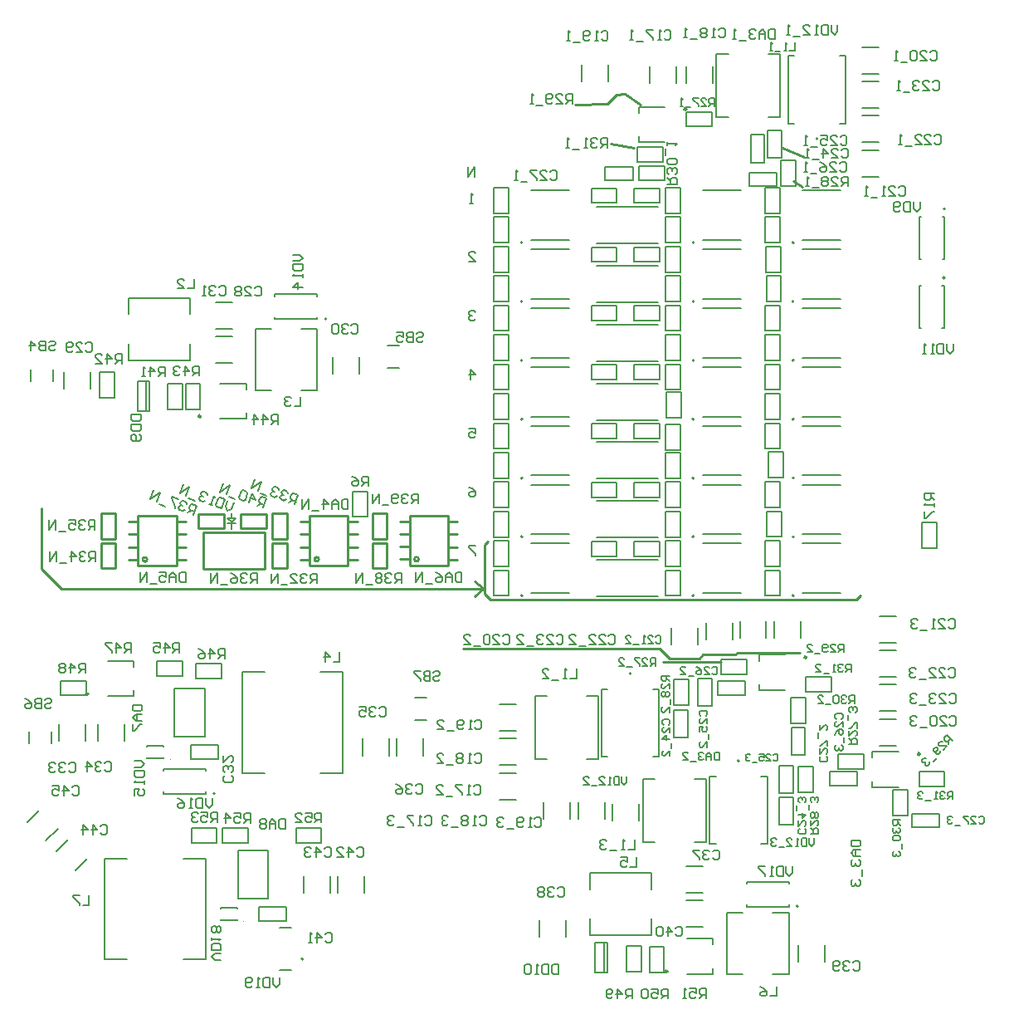
<source format=gbo>
G04*
G04 #@! TF.GenerationSoftware,Altium Limited,Altium Designer,20.0.12 (288)*
G04*
G04 Layer_Color=16776960*
%FSLAX44Y44*%
%MOMM*%
G71*
G01*
G75*
%ADD10C,0.2000*%
%ADD12C,0.2540*%
%ADD16C,0.1270*%
%ADD137C,0.1000*%
%ADD138C,0.2400*%
D10*
X306000Y43750D02*
G03*
X306000Y43750I-1000J0D01*
G01*
X811000Y97500D02*
G03*
X811000Y97500I-1000J0D01*
G01*
X216000Y212500D02*
G03*
X216000Y212500I-1000J0D01*
G01*
X329750Y696500D02*
G03*
X329750Y696500I-1000J0D01*
G01*
X751000Y245750D02*
G03*
X751000Y245750I-1000J0D01*
G01*
X640790Y334850D02*
G03*
X640790Y334850I-1000J0D01*
G01*
X831210Y880150D02*
G03*
X831210Y880150I-1000J0D01*
G01*
X960750Y738500D02*
G03*
X960750Y738500I-1000J0D01*
G01*
X961000Y808650D02*
G03*
X961000Y808650I-1000J0D01*
G01*
X806900Y414250D02*
G03*
X806900Y414250I-1000J0D01*
G01*
Y474250D02*
G03*
X806900Y474250I-1000J0D01*
G01*
Y534250D02*
G03*
X806900Y534250I-1000J0D01*
G01*
Y594250D02*
G03*
X806900Y594250I-1000J0D01*
G01*
Y654250D02*
G03*
X806900Y654250I-1000J0D01*
G01*
Y714250D02*
G03*
X806900Y714250I-1000J0D01*
G01*
Y774250D02*
G03*
X806900Y774250I-1000J0D01*
G01*
X529900Y414250D02*
G03*
X529900Y414250I-1000J0D01*
G01*
Y474250D02*
G03*
X529900Y474250I-1000J0D01*
G01*
Y534250D02*
G03*
X529900Y534250I-1000J0D01*
G01*
Y594250D02*
G03*
X529900Y594250I-1000J0D01*
G01*
Y654250D02*
G03*
X529900Y654250I-1000J0D01*
G01*
Y714250D02*
G03*
X529900Y714250I-1000J0D01*
G01*
Y774250D02*
G03*
X529900Y774250I-1000J0D01*
G01*
X704900Y414250D02*
G03*
X704900Y414250I-1000J0D01*
G01*
Y474250D02*
G03*
X704900Y474250I-1000J0D01*
G01*
Y534250D02*
G03*
X704900Y534250I-1000J0D01*
G01*
Y594250D02*
G03*
X704900Y594250I-1000J0D01*
G01*
Y654250D02*
G03*
X704900Y654250I-1000J0D01*
G01*
Y714250D02*
G03*
X704900Y714250I-1000J0D01*
G01*
Y774250D02*
G03*
X704900Y774250I-1000J0D01*
G01*
X223500Y162500D02*
X249500D01*
X223500Y177500D02*
X249500D01*
X223500Y162500D02*
Y177500D01*
X249500Y162500D02*
Y177500D01*
X192000Y162500D02*
X218000D01*
X192000Y177500D02*
X218000D01*
X192000Y162500D02*
Y177500D01*
X218000Y162500D02*
Y177500D01*
X298500Y177500D02*
X324500D01*
X298500Y162500D02*
X324500D01*
Y177500D01*
X298500Y162500D02*
Y177500D01*
X674250Y30500D02*
Y56500D01*
X659250Y30500D02*
Y56500D01*
Y30500D02*
X674250D01*
X659250Y56500D02*
X674250D01*
X636250Y31000D02*
Y57000D01*
X651250Y31000D02*
Y57000D01*
X636250D02*
X651250D01*
X636250Y31000D02*
X651250D01*
X58500Y327500D02*
X84500D01*
X58500Y312500D02*
X84500D01*
Y327500D01*
X58500Y312500D02*
Y327500D01*
X157000Y347500D02*
X183000D01*
X157000Y332500D02*
X183000D01*
Y347500D01*
X157000Y332500D02*
Y347500D01*
X196750Y330250D02*
X222750D01*
X196750Y345250D02*
X222750D01*
X196750Y330250D02*
Y345250D01*
X222750Y330250D02*
Y345250D01*
X201000Y604500D02*
Y630500D01*
X186000Y604500D02*
Y630500D01*
Y604500D02*
X201000D01*
X186000Y630500D02*
X201000D01*
X98500Y616000D02*
Y642000D01*
X113500Y616000D02*
Y642000D01*
X98500D02*
X113500D01*
X98500Y616000D02*
X113500D01*
X167500Y604500D02*
Y630500D01*
X182500Y604500D02*
Y630500D01*
X167500D02*
X182500D01*
X167500Y604500D02*
X182500D01*
X643510Y454690D02*
X669510D01*
X643510Y469690D02*
X669510D01*
X643510Y454690D02*
Y469690D01*
X669510Y454690D02*
Y469690D01*
X643510Y514690D02*
X669510D01*
X643510Y529690D02*
X669510D01*
X643510Y514690D02*
Y529690D01*
X669510Y514690D02*
Y529690D01*
X643510Y574690D02*
X669510D01*
X643510Y589690D02*
X669510D01*
X643510Y574690D02*
Y589690D01*
X669510Y574690D02*
Y589690D01*
X643510Y634690D02*
X669510D01*
X643510Y649690D02*
X669510D01*
X643510Y634690D02*
Y649690D01*
X669510Y634690D02*
Y649690D01*
X643510Y694690D02*
X669510D01*
X643510Y709690D02*
X669510D01*
X643510Y694690D02*
Y709690D01*
X669510Y694690D02*
Y709690D01*
X643510Y754690D02*
X669510D01*
X643510Y769690D02*
X669510D01*
X643510Y754690D02*
Y769690D01*
X669510Y754690D02*
Y769690D01*
X643510Y814690D02*
X669510D01*
X643510Y829690D02*
X669510D01*
X643510Y814690D02*
Y829690D01*
X669510Y814690D02*
Y829690D01*
X777610Y444190D02*
Y470190D01*
X792610Y444190D02*
Y470190D01*
X777610D02*
X792610D01*
X777610Y444190D02*
X792610D01*
X777610Y504190D02*
Y530190D01*
X792610Y504190D02*
Y530190D01*
X777610D02*
X792610D01*
X777610Y504190D02*
X792610D01*
X777610Y564190D02*
Y590190D01*
X792610Y564190D02*
Y590190D01*
X777610D02*
X792610D01*
X777610Y564190D02*
X792610D01*
X777610Y624190D02*
Y650190D01*
X792610Y624190D02*
Y650190D01*
X777610D02*
X792610D01*
X777610Y624190D02*
X792610D01*
X777610Y684190D02*
Y710190D01*
X792610Y684190D02*
Y710190D01*
X777610D02*
X792610D01*
X777610Y684190D02*
X792610D01*
X778250Y744250D02*
Y770250D01*
X793250Y744250D02*
Y770250D01*
X778250D02*
X793250D01*
X778250Y744250D02*
X793250D01*
X777610Y804190D02*
Y830190D01*
X792610Y804190D02*
Y830190D01*
X777610D02*
X792610D01*
X777610Y804190D02*
X792610D01*
X792610Y414190D02*
Y440190D01*
X777610Y414190D02*
Y440190D01*
Y414190D02*
X792610D01*
X777610Y440190D02*
X792610D01*
X794250Y474250D02*
Y500250D01*
X779250Y474250D02*
Y500250D01*
Y474250D02*
X794250D01*
X779250Y500250D02*
X794250D01*
X796000Y535000D02*
Y561000D01*
X781000Y535000D02*
Y561000D01*
Y535000D02*
X796000D01*
X781000Y561000D02*
X796000D01*
X792610Y594190D02*
Y620190D01*
X777610Y594190D02*
Y620190D01*
Y594190D02*
X792610D01*
X777610Y620190D02*
X792610D01*
Y654190D02*
Y680190D01*
X777610Y654190D02*
Y680190D01*
Y654190D02*
X792610D01*
X777610Y680190D02*
X792610D01*
X793602Y714230D02*
Y740230D01*
X778602Y714230D02*
Y740230D01*
Y714230D02*
X793602D01*
X778602Y740230D02*
X793602D01*
X792610Y774190D02*
Y800190D01*
X777610Y774190D02*
Y800190D01*
Y774190D02*
X792610D01*
X777610Y800190D02*
X792610D01*
X600010Y454690D02*
X626010D01*
X600010Y469690D02*
X626010D01*
X600010Y454690D02*
Y469690D01*
X626010Y454690D02*
Y469690D01*
X600010Y514690D02*
X626010D01*
X600010Y529690D02*
X626010D01*
X600010Y514690D02*
Y529690D01*
X626010Y514690D02*
Y529690D01*
X600010Y574690D02*
X626010D01*
X600010Y589690D02*
X626010D01*
X600010Y574690D02*
Y589690D01*
X626010Y574690D02*
Y589690D01*
X600010Y634690D02*
X626010D01*
X600010Y649690D02*
X626010D01*
X600010Y634690D02*
Y649690D01*
X626010Y634690D02*
Y649690D01*
X600010Y694690D02*
X626010D01*
X600010Y709690D02*
X626010D01*
X600010Y694690D02*
Y709690D01*
X626010Y694690D02*
Y709690D01*
X600010Y754690D02*
X626010D01*
X600010Y769690D02*
X626010D01*
X600010Y754690D02*
Y769690D01*
X626010Y754690D02*
Y769690D01*
X600010Y814690D02*
X626010D01*
X600010Y829690D02*
X626010D01*
X600010Y814690D02*
Y829690D01*
X626010Y814690D02*
Y829690D01*
X500610Y444190D02*
Y470190D01*
X515610Y444190D02*
Y470190D01*
X500610D02*
X515610D01*
X500610Y444190D02*
X515610D01*
X500610Y504190D02*
Y530190D01*
X515610Y504190D02*
Y530190D01*
X500610D02*
X515610D01*
X500610Y504190D02*
X515610D01*
X500610Y564190D02*
Y590190D01*
X515610Y564190D02*
Y590190D01*
X500610D02*
X515610D01*
X500610Y564190D02*
X515610D01*
X500610Y624190D02*
Y650190D01*
X515610Y624190D02*
Y650190D01*
X500610D02*
X515610D01*
X500610Y624190D02*
X515610D01*
X500610Y684190D02*
Y710190D01*
X515610Y684190D02*
Y710190D01*
X500610D02*
X515610D01*
X500610Y684190D02*
X515610D01*
X500610Y744190D02*
Y770190D01*
X515610Y744190D02*
Y770190D01*
X500610D02*
X515610D01*
X500610Y744190D02*
X515610D01*
X500610Y804190D02*
Y830190D01*
X515610Y804190D02*
Y830190D01*
X500610D02*
X515610D01*
X500610Y804190D02*
X515610D01*
X515610Y414190D02*
Y440190D01*
X500610Y414190D02*
Y440190D01*
Y414190D02*
X515610D01*
X500610Y440190D02*
X515610D01*
Y474190D02*
Y500190D01*
X500610Y474190D02*
Y500190D01*
Y474190D02*
X515610D01*
X500610Y500190D02*
X515610D01*
Y534190D02*
Y560190D01*
X500610Y534190D02*
Y560190D01*
Y534190D02*
X515610D01*
X500610Y560190D02*
X515610D01*
Y594190D02*
Y620190D01*
X500610Y594190D02*
Y620190D01*
Y594190D02*
X515610D01*
X500610Y620190D02*
X515610D01*
Y654190D02*
Y680190D01*
X500610Y654190D02*
Y680190D01*
Y654190D02*
X515610D01*
X500610Y680190D02*
X515610D01*
Y714190D02*
Y740190D01*
X500610Y714190D02*
Y740190D01*
Y714190D02*
X515610D01*
X500610Y740190D02*
X515610D01*
Y774190D02*
Y800190D01*
X500610Y774190D02*
Y800190D01*
Y774190D02*
X515610D01*
X500610Y800190D02*
X515610D01*
X675610Y444190D02*
Y470190D01*
X690610Y444190D02*
Y470190D01*
X675610D02*
X690610D01*
X675610Y444190D02*
X690610D01*
X675610Y504190D02*
Y530190D01*
X690610Y504190D02*
Y530190D01*
X675610D02*
X690610D01*
X675610Y504190D02*
X690610D01*
X675750Y563000D02*
Y589000D01*
X690750Y563000D02*
Y589000D01*
X675750D02*
X690750D01*
X675750Y563000D02*
X690750D01*
X675610Y624190D02*
Y650190D01*
X690610Y624190D02*
Y650190D01*
X675610D02*
X690610D01*
X675610Y624190D02*
X690610D01*
X675610Y684190D02*
Y710190D01*
X690610Y684190D02*
Y710190D01*
X675610D02*
X690610D01*
X675610Y684190D02*
X690610D01*
X675610Y744190D02*
Y770190D01*
X690610Y744190D02*
Y770190D01*
X675610D02*
X690610D01*
X675610Y744190D02*
X690610D01*
X675610Y804190D02*
Y830190D01*
X690610Y804190D02*
Y830190D01*
X675610D02*
X690610D01*
X675610Y804190D02*
X690610D01*
X690610Y414190D02*
Y440190D01*
X675610Y414190D02*
Y440190D01*
Y414190D02*
X690610D01*
X675610Y440190D02*
X690610D01*
Y474190D02*
Y500190D01*
X675610Y474190D02*
Y500190D01*
Y474190D02*
X690610D01*
X675610Y500190D02*
X690610D01*
Y534190D02*
Y560190D01*
X675610Y534190D02*
Y560190D01*
Y534190D02*
X690610D01*
X675610Y560190D02*
X690610D01*
X691500Y595750D02*
Y621750D01*
X676500Y595750D02*
Y621750D01*
Y595750D02*
X691500D01*
X676500Y621750D02*
X691500D01*
X690610Y654190D02*
Y680190D01*
X675610Y654190D02*
Y680190D01*
Y654190D02*
X690610D01*
X675610Y680190D02*
X690610D01*
Y714190D02*
Y740190D01*
X675610Y714190D02*
Y740190D01*
Y714190D02*
X690610D01*
X675610Y740190D02*
X690610D01*
Y774190D02*
Y800190D01*
X675610Y774190D02*
Y800190D01*
Y774190D02*
X690610D01*
X675610Y800190D02*
X690610D01*
X934500Y235000D02*
X960500D01*
X934500Y220000D02*
X960500D01*
Y235000D01*
X934500Y220000D02*
Y235000D01*
X819000Y331500D02*
X845000D01*
X819000Y316500D02*
X845000D01*
Y331500D01*
X819000Y316500D02*
Y331500D01*
X646750Y856750D02*
X672750D01*
X646750Y871750D02*
X672750D01*
X646750Y856750D02*
Y871750D01*
X672750Y856750D02*
Y871750D01*
X922500Y190000D02*
Y216000D01*
X907500Y190000D02*
Y216000D01*
Y190000D02*
X922500D01*
X907500Y216000D02*
X922500D01*
X818500Y284000D02*
Y310000D01*
X803500Y284000D02*
Y310000D01*
Y284000D02*
X818500D01*
X803500Y310000D02*
X818500D01*
X648500Y837500D02*
X674500D01*
X648500Y852500D02*
X674500D01*
X648500Y837500D02*
Y852500D01*
X674500Y837500D02*
Y852500D01*
X811500Y214250D02*
Y240250D01*
X826500Y214250D02*
Y240250D01*
X811500D02*
X826500D01*
X811500Y214250D02*
X826500D01*
X684500Y302750D02*
Y328750D01*
X699500Y302750D02*
Y328750D01*
X684500D02*
X699500D01*
X684500Y302750D02*
X699500D01*
X808500Y832250D02*
Y858250D01*
X793500Y832250D02*
Y858250D01*
Y832250D02*
X808500D01*
X793500Y858250D02*
X808500D01*
X852000Y237500D02*
X878000D01*
X852000Y252500D02*
X878000D01*
X852000Y237500D02*
Y252500D01*
X878000Y237500D02*
Y252500D01*
X732500Y334500D02*
X758500D01*
X732500Y349500D02*
X758500D01*
X732500Y334500D02*
Y349500D01*
X758500Y334500D02*
Y349500D01*
X697000Y907500D02*
X723000D01*
X697000Y892500D02*
X723000D01*
Y907500D01*
X697000Y892500D02*
Y907500D01*
X952500Y463000D02*
Y489000D01*
X937500Y463000D02*
Y489000D01*
Y463000D02*
X952500D01*
X937500Y489000D02*
X952500D01*
X371750Y494750D02*
Y520750D01*
X356750Y494750D02*
Y520750D01*
Y494750D02*
X371750D01*
X356750Y520750D02*
X371750D01*
X206435Y43565D02*
Y146435D01*
X103565D02*
X126485D01*
X183515D02*
X206435D01*
X103565Y43565D02*
Y146435D01*
Y43565D02*
X126485D01*
X183515D02*
X206435D01*
X346435Y233565D02*
Y336435D01*
X243565D02*
X266485D01*
X323515D02*
X346435D01*
X243565Y233565D02*
Y336435D01*
Y233565D02*
X266485D01*
X323515D02*
X346435D01*
X239500Y105500D02*
X270500D01*
Y154500D01*
X239500D02*
X270500D01*
X239500Y105500D02*
Y154500D01*
X174500Y270500D02*
X205500D01*
Y319500D01*
X174500D02*
X205500D01*
X174500Y270500D02*
Y319500D01*
X43572Y164436D02*
X55564Y176428D01*
X24436Y183572D02*
X36428Y195564D01*
X73572Y134436D02*
X85564Y146428D01*
X54436Y153572D02*
X66428Y165564D01*
X333531Y111521D02*
Y128479D01*
X306469Y111521D02*
Y128479D01*
X368531Y111521D02*
Y128479D01*
X341469Y111521D02*
Y128479D01*
X289000Y83000D02*
Y97000D01*
X261000Y83000D02*
Y97000D01*
X289000D01*
X261000Y83000D02*
X289000D01*
X696521Y103531D02*
X713479D01*
X696521Y76469D02*
X713479D01*
X838531Y41521D02*
Y58479D01*
X811469Y41521D02*
Y58479D01*
X574281Y66771D02*
Y83729D01*
X547219Y66771D02*
Y83729D01*
X696521Y138531D02*
X713479D01*
X696521Y111469D02*
X713479D01*
X428531Y251521D02*
Y268479D01*
X401469Y251521D02*
Y268479D01*
X393531Y251521D02*
Y268479D01*
X366469Y251521D02*
Y268479D01*
X123531Y266521D02*
Y283479D01*
X96469Y266521D02*
Y283479D01*
X83531Y266521D02*
Y283479D01*
X56469Y266521D02*
Y283479D01*
X219000Y248000D02*
Y262000D01*
X191000Y248000D02*
Y262000D01*
X219000D01*
X191000Y248000D02*
X219000D01*
X216521Y713531D02*
X233479D01*
X216521Y686469D02*
X233479D01*
X363531Y640521D02*
Y657479D01*
X336469Y640521D02*
Y657479D01*
X88531Y625521D02*
Y642479D01*
X61469Y625521D02*
Y642479D01*
X216521Y678531D02*
X233479D01*
X216521Y651469D02*
X233479D01*
X955000Y178000D02*
Y192000D01*
X927000Y178000D02*
Y192000D01*
X955000D01*
X927000Y178000D02*
X955000D01*
X804000Y252000D02*
X818000D01*
X804000Y280000D02*
X818000D01*
Y252000D02*
Y280000D01*
X804000Y252000D02*
Y280000D01*
X614250Y837750D02*
Y851750D01*
X642250Y837750D02*
Y851750D01*
X614250Y837750D02*
X642250D01*
X614250Y851750D02*
X642250D01*
X843000Y221000D02*
Y235000D01*
X871000Y221000D02*
Y235000D01*
X843000Y221000D02*
X871000D01*
X843000Y235000D02*
X871000D01*
X729000Y313000D02*
Y327000D01*
X757000Y313000D02*
Y327000D01*
X729000Y313000D02*
X757000D01*
X729000Y327000D02*
X757000D01*
X761000Y831750D02*
Y845750D01*
X789000Y831750D02*
Y845750D01*
X761000Y831750D02*
X789000D01*
X761000Y845750D02*
X789000D01*
X792000Y240750D02*
X806000D01*
X792000Y212750D02*
X806000D01*
X792000D02*
Y240750D01*
X806000Y212750D02*
Y240750D01*
X709000Y329500D02*
X723000D01*
X709000Y301500D02*
X723000D01*
X709000D02*
Y329500D01*
X723000Y301500D02*
Y329500D01*
X780000Y889000D02*
X794000D01*
X780000Y861000D02*
X794000D01*
X780000D02*
Y889000D01*
X794000Y861000D02*
Y889000D01*
X792000Y208750D02*
X806000D01*
X792000Y180750D02*
X806000D01*
X792000D02*
Y208750D01*
X806000Y180750D02*
Y208750D01*
X684500Y297750D02*
X698500D01*
X684500Y269750D02*
X698500D01*
X684500D02*
Y297750D01*
X698500Y269750D02*
Y297750D01*
X762500Y856000D02*
X776500D01*
X762500Y884000D02*
X776500D01*
Y856000D02*
Y884000D01*
X762500Y856000D02*
Y884000D01*
X894021Y323531D02*
X910979D01*
X894021Y296469D02*
X910979D01*
X717469Y369521D02*
Y386479D01*
X744531Y369521D02*
Y386479D01*
X876521Y938531D02*
X893479D01*
X876521Y911469D02*
X893479D01*
X894021Y358531D02*
X910979D01*
X894021Y331469D02*
X910979D01*
X751469Y371521D02*
Y388479D01*
X778531Y371521D02*
Y388479D01*
X876521Y903531D02*
X893479D01*
X876521Y876469D02*
X893479D01*
X894021Y393531D02*
X910979D01*
X894021Y366469D02*
X910979D01*
X786469Y371521D02*
Y388479D01*
X813531Y371521D02*
Y388479D01*
X876521Y868531D02*
X893479D01*
X876521Y841469D02*
X893479D01*
X894021Y288531D02*
X910979D01*
X894021Y261469D02*
X910979D01*
X681469Y364521D02*
Y381479D01*
X708531Y364521D02*
Y381479D01*
X876521Y973531D02*
X893479D01*
X876521Y946469D02*
X893479D01*
X621469Y185271D02*
Y202229D01*
X648531Y185271D02*
Y202229D01*
X506521Y276469D02*
X523479D01*
X506521Y303531D02*
X523479D01*
X617531Y938271D02*
Y955229D01*
X590469Y938271D02*
Y955229D01*
X586469Y186521D02*
Y203479D01*
X613531Y186521D02*
Y203479D01*
X506521Y241469D02*
X523479D01*
X506521Y268531D02*
X523479D01*
X723531Y936521D02*
Y953479D01*
X696469Y936521D02*
Y953479D01*
X551469Y186521D02*
Y203479D01*
X578531Y186521D02*
Y203479D01*
X506521Y206469D02*
X523479D01*
X506521Y233531D02*
X523479D01*
X687031Y936771D02*
Y953729D01*
X659969Y936771D02*
Y953729D01*
X233000Y482500D02*
Y487750D01*
Y493000D02*
Y498250D01*
X229000Y493000D02*
X233375Y488625D01*
X229000Y493000D02*
X231000D01*
X237000D01*
X233500Y489500D02*
X237000Y493000D01*
X229000Y488000D02*
X237000D01*
X303549Y617271D02*
Y607274D01*
X296884D01*
X293552Y615605D02*
X291886Y617271D01*
X288553D01*
X286887Y615605D01*
Y613939D01*
X288553Y612273D01*
X290219D01*
X288553D01*
X286887Y610607D01*
Y608941D01*
X288553Y607274D01*
X291886D01*
X293552Y608941D01*
X481000Y841000D02*
Y850997D01*
X474336Y841000D01*
Y850997D01*
X481500Y464997D02*
X474836D01*
Y463331D01*
X481500Y456666D01*
Y455000D01*
X474836Y524997D02*
X478168Y523331D01*
X481500Y519998D01*
Y516666D01*
X479834Y515000D01*
X476502D01*
X474836Y516666D01*
Y518332D01*
X476502Y519998D01*
X481500D01*
X474836Y584997D02*
X481500D01*
Y579998D01*
X478168Y581665D01*
X476502D01*
X474836Y579998D01*
Y576666D01*
X476502Y575000D01*
X479834D01*
X481500Y576666D01*
X476502Y635000D02*
Y644997D01*
X481500Y639998D01*
X474836D01*
X481500Y703331D02*
X479834Y704997D01*
X476502D01*
X474836Y703331D01*
Y701665D01*
X476502Y699998D01*
X478168D01*
X476502D01*
X474836Y698332D01*
Y696666D01*
X476502Y695000D01*
X479834D01*
X481500Y696666D01*
X474836Y755000D02*
X481500D01*
X474836Y761665D01*
Y763331D01*
X476502Y764997D01*
X479834D01*
X481500Y763331D01*
X479500Y814000D02*
X476168D01*
X477834D01*
Y823997D01*
X479500Y822331D01*
X467750Y438413D02*
Y428416D01*
X462752D01*
X461086Y430082D01*
Y436747D01*
X462752Y438413D01*
X467750D01*
X457753Y428416D02*
Y435081D01*
X454421Y438413D01*
X451089Y435081D01*
Y428416D01*
Y433414D01*
X457753D01*
X441092Y438413D02*
X444424Y436747D01*
X447756Y433414D01*
Y430082D01*
X446090Y428416D01*
X442758D01*
X441092Y430082D01*
Y431748D01*
X442758Y433414D01*
X447756D01*
X437760Y426750D02*
X431095D01*
X427763Y428416D02*
Y438413D01*
X421098Y428416D01*
Y438413D01*
X406500Y427166D02*
Y437163D01*
X401502D01*
X399836Y435497D01*
Y432164D01*
X401502Y430498D01*
X406500D01*
X403168D02*
X399836Y427166D01*
X396503Y435497D02*
X394837Y437163D01*
X391505D01*
X389839Y435497D01*
Y433831D01*
X391505Y432164D01*
X393171D01*
X391505D01*
X389839Y430498D01*
Y428832D01*
X391505Y427166D01*
X394837D01*
X396503Y428832D01*
X386506Y435497D02*
X384840Y437163D01*
X381508D01*
X379842Y435497D01*
Y433831D01*
X381508Y432164D01*
X379842Y430498D01*
Y428832D01*
X381508Y427166D01*
X384840D01*
X386506Y428832D01*
Y430498D01*
X384840Y432164D01*
X386506Y433831D01*
Y435497D01*
X384840Y432164D02*
X381508D01*
X376510Y425500D02*
X369845D01*
X366513Y427166D02*
Y437163D01*
X359848Y427166D01*
Y437163D01*
X320000Y426916D02*
Y436913D01*
X315002D01*
X313335Y435247D01*
Y431914D01*
X315002Y430248D01*
X320000D01*
X316668D02*
X313335Y426916D01*
X310003Y435247D02*
X308337Y436913D01*
X305005D01*
X303339Y435247D01*
Y433581D01*
X305005Y431914D01*
X306671D01*
X305005D01*
X303339Y430248D01*
Y428582D01*
X305005Y426916D01*
X308337D01*
X310003Y428582D01*
X293342Y426916D02*
X300006D01*
X293342Y433581D01*
Y435247D01*
X295008Y436913D01*
X298340D01*
X300006Y435247D01*
X290010Y425250D02*
X283345D01*
X280013Y426916D02*
Y436913D01*
X273348Y426916D01*
Y436913D01*
X351750Y512663D02*
Y502666D01*
X346752D01*
X345085Y504332D01*
Y510997D01*
X346752Y512663D01*
X351750D01*
X341753Y502666D02*
Y509331D01*
X338421Y512663D01*
X335089Y509331D01*
Y502666D01*
Y507664D01*
X341753D01*
X326758Y502666D02*
Y512663D01*
X331756Y507664D01*
X325092D01*
X321760Y501000D02*
X315095D01*
X311763Y502666D02*
Y512663D01*
X305098Y502666D01*
Y512663D01*
X423250Y508166D02*
Y518163D01*
X418252D01*
X416586Y516497D01*
Y513164D01*
X418252Y511498D01*
X423250D01*
X419918D02*
X416586Y508166D01*
X413253Y516497D02*
X411587Y518163D01*
X408255D01*
X406589Y516497D01*
Y514831D01*
X408255Y513164D01*
X409921D01*
X408255D01*
X406589Y511498D01*
Y509832D01*
X408255Y508166D01*
X411587D01*
X413253Y509832D01*
X403256D02*
X401590Y508166D01*
X398258D01*
X396592Y509832D01*
Y516497D01*
X398258Y518163D01*
X401590D01*
X403256Y516497D01*
Y514831D01*
X401590Y513164D01*
X396592D01*
X393260Y506500D02*
X386595D01*
X383263Y508166D02*
Y518163D01*
X376598Y508166D01*
Y518163D01*
X258750Y427166D02*
Y437163D01*
X253752D01*
X252085Y435497D01*
Y432164D01*
X253752Y430498D01*
X258750D01*
X255418D02*
X252085Y427166D01*
X248753Y435497D02*
X247087Y437163D01*
X243755D01*
X242089Y435497D01*
Y433831D01*
X243755Y432164D01*
X245421D01*
X243755D01*
X242089Y430498D01*
Y428832D01*
X243755Y427166D01*
X247087D01*
X248753Y428832D01*
X232092Y437163D02*
X235424Y435497D01*
X238756Y432164D01*
Y428832D01*
X237090Y427166D01*
X233758D01*
X232092Y428832D01*
Y430498D01*
X233758Y432164D01*
X238756D01*
X228760Y425500D02*
X222095D01*
X218763Y427166D02*
Y437163D01*
X212098Y427166D01*
Y437163D01*
X94250Y449166D02*
Y459163D01*
X89252D01*
X87585Y457497D01*
Y454165D01*
X89252Y452498D01*
X94250D01*
X90918D02*
X87585Y449166D01*
X84253Y457497D02*
X82587Y459163D01*
X79255D01*
X77589Y457497D01*
Y455831D01*
X79255Y454165D01*
X80921D01*
X79255D01*
X77589Y452498D01*
Y450832D01*
X79255Y449166D01*
X82587D01*
X84253Y450832D01*
X69258Y449166D02*
Y459163D01*
X74256Y454165D01*
X67592D01*
X64260Y447500D02*
X57595D01*
X54263Y449166D02*
Y459163D01*
X47598Y449166D01*
Y459163D01*
X93500Y481166D02*
Y491163D01*
X88502D01*
X86835Y489497D01*
Y486165D01*
X88502Y484498D01*
X93500D01*
X90168D02*
X86835Y481166D01*
X83503Y489497D02*
X81837Y491163D01*
X78505D01*
X76839Y489497D01*
Y487831D01*
X78505Y486165D01*
X80171D01*
X78505D01*
X76839Y484498D01*
Y482832D01*
X78505Y481166D01*
X81837D01*
X83503Y482832D01*
X66842Y491163D02*
X73506D01*
Y486165D01*
X70174Y487831D01*
X68508D01*
X66842Y486165D01*
Y482832D01*
X68508Y481166D01*
X71840D01*
X73506Y482832D01*
X63510Y479500D02*
X56845D01*
X53513Y481166D02*
Y491163D01*
X46848Y481166D01*
Y491163D01*
X186250Y438163D02*
Y428166D01*
X181252D01*
X179585Y429832D01*
Y436497D01*
X181252Y438163D01*
X186250D01*
X176253Y428166D02*
Y434831D01*
X172921Y438163D01*
X169589Y434831D01*
Y428166D01*
Y433164D01*
X176253D01*
X159592Y438163D02*
X166256D01*
Y433164D01*
X162924Y434831D01*
X161258D01*
X159592Y433164D01*
Y429832D01*
X161258Y428166D01*
X164590D01*
X166256Y429832D01*
X156260Y426500D02*
X149595D01*
X146263Y428166D02*
Y438163D01*
X139598Y428166D01*
Y438163D01*
X193874Y496629D02*
X197294Y506023D01*
X192597Y507733D01*
X190461Y506737D01*
X189321Y503605D01*
X190317Y501470D01*
X195014Y499760D01*
X191883Y500900D02*
X187612Y498909D01*
X187330Y507876D02*
X186334Y510012D01*
X183203Y511152D01*
X181067Y510156D01*
X180497Y508590D01*
X181493Y506455D01*
X183059Y505885D01*
X181493Y506455D01*
X179358Y505459D01*
X178788Y503893D01*
X179784Y501758D01*
X182915Y500618D01*
X185051Y501614D01*
X178506Y512861D02*
X172243Y515141D01*
X171673Y513575D01*
X175657Y505033D01*
X175087Y503467D01*
X165123Y505321D02*
X158860Y507600D01*
X156299Y510305D02*
X159718Y519699D01*
X150036Y512585D01*
X153455Y521979D01*
X265124Y503879D02*
X268544Y513273D01*
X263847Y514982D01*
X261711Y513987D01*
X260571Y510855D01*
X261567Y508720D01*
X266264Y507010D01*
X263133Y508150D02*
X258862Y506158D01*
X251034Y509008D02*
X254453Y518402D01*
X257440Y511995D01*
X251178Y514274D01*
X249186Y518545D02*
X248190Y520681D01*
X245059Y521821D01*
X242923Y520825D01*
X240644Y514562D01*
X241640Y512427D01*
X244771Y511287D01*
X246907Y512283D01*
X249186Y518545D01*
X236373Y512571D02*
X230110Y514850D01*
X227549Y517556D02*
X230968Y526949D01*
X221286Y519835D01*
X224705Y529229D01*
X297374Y507379D02*
X300794Y516773D01*
X296097Y518483D01*
X293961Y517487D01*
X292822Y514355D01*
X293817Y512220D01*
X298514Y510510D01*
X295383Y511650D02*
X291112Y509659D01*
X290830Y518626D02*
X289834Y520762D01*
X286703Y521902D01*
X284567Y520906D01*
X283997Y519340D01*
X284993Y517205D01*
X286559Y516635D01*
X284993Y517205D01*
X282858Y516209D01*
X282288Y514643D01*
X283284Y512508D01*
X286415Y511368D01*
X288550Y512364D01*
X281436Y522046D02*
X280440Y524181D01*
X277309Y525321D01*
X275173Y524325D01*
X274604Y522759D01*
X275599Y520624D01*
X277165Y520054D01*
X275599Y520624D01*
X273464Y519628D01*
X272894Y518062D01*
X273890Y515927D01*
X277021Y514787D01*
X279157Y515783D01*
X268623Y516071D02*
X262360Y518350D01*
X259799Y521055D02*
X263218Y530449D01*
X253536Y523335D01*
X256955Y532729D01*
X235294Y509023D02*
X233014Y502760D01*
X228743Y500769D01*
X226752Y505040D01*
X229031Y511302D01*
X225900Y512442D02*
X222481Y503048D01*
X217784Y504758D01*
X216788Y506893D01*
X219067Y513156D01*
X221203Y514152D01*
X225900Y512442D01*
X213087Y506467D02*
X209955Y507607D01*
X211521Y507037D01*
X214940Y516431D01*
X215936Y514296D01*
X208108Y517145D02*
X207112Y519280D01*
X203981Y520420D01*
X201845Y519424D01*
X201275Y517859D01*
X202271Y515723D01*
X203837Y515153D01*
X202271Y515723D01*
X200136Y514727D01*
X199566Y513162D01*
X200562Y511026D01*
X203693Y509886D01*
X205828Y510882D01*
X195295Y511170D02*
X189032Y513449D01*
X186471Y516155D02*
X189890Y525549D01*
X180208Y518434D01*
X183627Y527828D01*
X295502Y761994D02*
X302166D01*
X305498Y758662D01*
X302166Y755330D01*
X295502D01*
Y751998D02*
X305498D01*
Y746999D01*
X303832Y745333D01*
X297168D01*
X295502Y746999D01*
Y751998D01*
X305498Y742001D02*
Y738669D01*
Y740335D01*
X295502D01*
X297168Y742001D01*
X305498Y728672D02*
X295502D01*
X300500Y733670D01*
Y727006D01*
X438914Y335832D02*
X440581Y337498D01*
X443913D01*
X445579Y335832D01*
Y334166D01*
X443913Y332500D01*
X440581D01*
X438914Y330834D01*
Y329168D01*
X440581Y327502D01*
X443913D01*
X445579Y329168D01*
X435582Y337498D02*
Y327502D01*
X430584D01*
X428918Y329168D01*
Y330834D01*
X430584Y332500D01*
X435582D01*
X430584D01*
X428918Y334166D01*
Y335832D01*
X430584Y337498D01*
X435582D01*
X425586D02*
X418921D01*
Y335832D01*
X425586Y329168D01*
Y327502D01*
X42165Y307582D02*
X43831Y309248D01*
X47163D01*
X48829Y307582D01*
Y305916D01*
X47163Y304250D01*
X43831D01*
X42165Y302584D01*
Y300918D01*
X43831Y299252D01*
X47163D01*
X48829Y300918D01*
X38832Y309248D02*
Y299252D01*
X33834D01*
X32168Y300918D01*
Y302584D01*
X33834Y304250D01*
X38832D01*
X33834D01*
X32168Y305916D01*
Y307582D01*
X33834Y309248D01*
X38832D01*
X22171D02*
X25503Y307582D01*
X28835Y304250D01*
Y300918D01*
X27169Y299252D01*
X23837D01*
X22171Y300918D01*
Y302584D01*
X23837Y304250D01*
X28835D01*
X421665Y681332D02*
X423331Y682998D01*
X426663D01*
X428329Y681332D01*
Y679666D01*
X426663Y678000D01*
X423331D01*
X421665Y676334D01*
Y674668D01*
X423331Y673002D01*
X426663D01*
X428329Y674668D01*
X418332Y682998D02*
Y673002D01*
X413334D01*
X411668Y674668D01*
Y676334D01*
X413334Y678000D01*
X418332D01*
X413334D01*
X411668Y679666D01*
Y681332D01*
X413334Y682998D01*
X418332D01*
X401671D02*
X408335D01*
Y678000D01*
X405003Y679666D01*
X403337D01*
X401671Y678000D01*
Y674668D01*
X403337Y673002D01*
X406669D01*
X408335Y674668D01*
X46665Y672332D02*
X48331Y673998D01*
X51663D01*
X53329Y672332D01*
Y670666D01*
X51663Y669000D01*
X48331D01*
X46665Y667334D01*
Y665668D01*
X48331Y664002D01*
X51663D01*
X53329Y665668D01*
X43332Y673998D02*
Y664002D01*
X38334D01*
X36668Y665668D01*
Y667334D01*
X38334Y669000D01*
X43332D01*
X38334D01*
X36668Y670666D01*
Y672332D01*
X38334Y673998D01*
X43332D01*
X28337Y664002D02*
Y673998D01*
X33335Y669000D01*
X26671D01*
X280329Y588752D02*
Y598748D01*
X275331D01*
X273664Y597082D01*
Y593750D01*
X275331Y592084D01*
X280329D01*
X276997D02*
X273664Y588752D01*
X265334D02*
Y598748D01*
X270332Y593750D01*
X263668D01*
X255337Y588752D02*
Y598748D01*
X260336Y593750D01*
X253671D01*
X200056Y638492D02*
Y648489D01*
X195058D01*
X193391Y646823D01*
Y643490D01*
X195058Y641824D01*
X200056D01*
X196724D02*
X193391Y638492D01*
X185061D02*
Y648489D01*
X190059Y643490D01*
X183395D01*
X180062Y646823D02*
X178396Y648489D01*
X175064D01*
X173398Y646823D01*
Y645156D01*
X175064Y643490D01*
X176730D01*
X175064D01*
X173398Y641824D01*
Y640158D01*
X175064Y638492D01*
X178396D01*
X180062Y640158D01*
X120829Y651002D02*
Y660998D01*
X115831D01*
X114164Y659332D01*
Y656000D01*
X115831Y654334D01*
X120829D01*
X117497D02*
X114164Y651002D01*
X105834D02*
Y660998D01*
X110832Y656000D01*
X104168D01*
X94171Y651002D02*
X100836D01*
X94171Y657666D01*
Y659332D01*
X95837Y660998D01*
X99169D01*
X100836Y659332D01*
X165163Y637752D02*
Y647748D01*
X160165D01*
X158498Y646082D01*
Y642750D01*
X160165Y641084D01*
X165163D01*
X161831D02*
X158498Y637752D01*
X150168D02*
Y647748D01*
X155166Y642750D01*
X148502D01*
X145169Y637752D02*
X141837D01*
X143503D01*
Y647748D01*
X145169Y646082D01*
X194722Y737389D02*
Y727392D01*
X188057D01*
X178061D02*
X184725D01*
X178061Y734056D01*
Y735723D01*
X179727Y737389D01*
X183059D01*
X184725Y735723D01*
X130502Y598829D02*
X140498D01*
Y593831D01*
X138832Y592164D01*
X132168D01*
X130502Y593831D01*
Y598829D01*
Y588832D02*
X140498D01*
Y583834D01*
X138832Y582168D01*
X132168D01*
X130502Y583834D01*
Y588832D01*
X138832Y578835D02*
X140498Y577169D01*
Y573837D01*
X138832Y572171D01*
X132168D01*
X130502Y573837D01*
Y577169D01*
X132168Y578835D01*
X133834D01*
X135500Y577169D01*
Y572171D01*
X220304Y728792D02*
X221970Y730458D01*
X225303D01*
X226969Y728792D01*
Y722128D01*
X225303Y720462D01*
X221970D01*
X220304Y722128D01*
X216972Y728792D02*
X215306Y730458D01*
X211973D01*
X210307Y728792D01*
Y727126D01*
X211973Y725460D01*
X213640D01*
X211973D01*
X210307Y723794D01*
Y722128D01*
X211973Y720462D01*
X215306D01*
X216972Y722128D01*
X206975Y720462D02*
X203643D01*
X205309D01*
Y730458D01*
X206975Y728792D01*
X355164Y689332D02*
X356831Y690998D01*
X360163D01*
X361829Y689332D01*
Y682668D01*
X360163Y681002D01*
X356831D01*
X355164Y682668D01*
X351832Y689332D02*
X350166Y690998D01*
X346834D01*
X345168Y689332D01*
Y687666D01*
X346834Y686000D01*
X348500D01*
X346834D01*
X345168Y684334D01*
Y682668D01*
X346834Y681002D01*
X350166D01*
X351832Y682668D01*
X341836Y689332D02*
X340169Y690998D01*
X336837D01*
X335171Y689332D01*
Y682668D01*
X336837Y681002D01*
X340169D01*
X341836Y682668D01*
Y689332D01*
X84164Y671332D02*
X85831Y672998D01*
X89163D01*
X90829Y671332D01*
Y664668D01*
X89163Y663002D01*
X85831D01*
X84164Y664668D01*
X74168Y663002D02*
X80832D01*
X74168Y669666D01*
Y671332D01*
X75834Y672998D01*
X79166D01*
X80832Y671332D01*
X70835Y664668D02*
X69169Y663002D01*
X65837D01*
X64171Y664668D01*
Y671332D01*
X65837Y672998D01*
X69169D01*
X70835Y671332D01*
Y669666D01*
X69169Y668000D01*
X64171D01*
X256665Y728082D02*
X258331Y729748D01*
X261663D01*
X263329Y728082D01*
Y721418D01*
X261663Y719752D01*
X258331D01*
X256665Y721418D01*
X246668Y719752D02*
X253332D01*
X246668Y726416D01*
Y728082D01*
X248334Y729748D01*
X251666D01*
X253332Y728082D01*
X243335D02*
X241669Y729748D01*
X238337D01*
X236671Y728082D01*
Y726416D01*
X238337Y724750D01*
X236671Y723084D01*
Y721418D01*
X238337Y719752D01*
X241669D01*
X243335Y721418D01*
Y723084D01*
X241669Y724750D01*
X243335Y726416D01*
Y728082D01*
X241669Y724750D02*
X238337D01*
X212994Y207748D02*
Y201084D01*
X209662Y197752D01*
X206330Y201084D01*
Y207748D01*
X202998D02*
Y197752D01*
X197999D01*
X196333Y199418D01*
Y206082D01*
X197999Y207748D01*
X202998D01*
X193001Y197752D02*
X189669D01*
X191335D01*
Y207748D01*
X193001Y206082D01*
X178006Y207748D02*
X181338Y206082D01*
X184670Y202750D01*
Y199418D01*
X183004Y197752D01*
X179672D01*
X178006Y199418D01*
Y201084D01*
X179672Y202750D01*
X184670D01*
X827453Y167065D02*
Y161734D01*
X824787Y159068D01*
X822121Y161734D01*
Y167065D01*
X819455D02*
Y159068D01*
X815457D01*
X814124Y160401D01*
Y165732D01*
X815457Y167065D01*
X819455D01*
X811458Y159068D02*
X808792D01*
X810125D01*
Y167065D01*
X811458Y165732D01*
X799462Y159068D02*
X804793D01*
X799462Y164399D01*
Y165732D01*
X800795Y167065D01*
X803461D01*
X804793Y165732D01*
X796796Y157735D02*
X791464D01*
X788799Y165732D02*
X787466Y167065D01*
X784800D01*
X783467Y165732D01*
Y164399D01*
X784800Y163067D01*
X786133D01*
X784800D01*
X783467Y161734D01*
Y160401D01*
X784800Y159068D01*
X787466D01*
X788799Y160401D01*
X636185Y229694D02*
Y224363D01*
X633520Y221697D01*
X630854Y224363D01*
Y229694D01*
X628188D02*
Y221697D01*
X624189D01*
X622856Y223030D01*
Y228362D01*
X624189Y229694D01*
X628188D01*
X620191Y221697D02*
X617525D01*
X618858D01*
Y229694D01*
X620191Y228362D01*
X608195Y221697D02*
X613526D01*
X608195Y227029D01*
Y228362D01*
X609528Y229694D01*
X612193D01*
X613526Y228362D01*
X605529Y220364D02*
X600197D01*
X592200Y221697D02*
X597531D01*
X592200Y227029D01*
Y228362D01*
X593533Y229694D01*
X596198D01*
X597531Y228362D01*
X851325Y995832D02*
Y989167D01*
X847993Y985835D01*
X844660Y989167D01*
Y995832D01*
X841328D02*
Y985835D01*
X836330D01*
X834664Y987501D01*
Y994165D01*
X836330Y995832D01*
X841328D01*
X831331Y985835D02*
X827999D01*
X829665D01*
Y995832D01*
X831331Y994165D01*
X816336Y985835D02*
X823001D01*
X816336Y992499D01*
Y994165D01*
X818002Y995832D01*
X821335D01*
X823001Y994165D01*
X813004Y984168D02*
X806339D01*
X803007Y985835D02*
X799675D01*
X801341D01*
Y995832D01*
X803007Y994165D01*
X130579Y356502D02*
Y366498D01*
X125581D01*
X123914Y364832D01*
Y361500D01*
X125581Y359834D01*
X130579D01*
X127247D02*
X123914Y356502D01*
X115584D02*
Y366498D01*
X120582Y361500D01*
X113918D01*
X110585Y366498D02*
X103921D01*
Y364832D01*
X110585Y358168D01*
Y356502D01*
X225829Y350002D02*
Y359998D01*
X220831D01*
X219165Y358332D01*
Y355000D01*
X220831Y353334D01*
X225829D01*
X222497D02*
X219165Y350002D01*
X210834D02*
Y359998D01*
X215832Y355000D01*
X209168D01*
X199171Y359998D02*
X202503Y358332D01*
X205835Y355000D01*
Y351668D01*
X204169Y350002D01*
X200837D01*
X199171Y351668D01*
Y353334D01*
X200837Y355000D01*
X205835D01*
X179829Y356002D02*
Y365998D01*
X174831D01*
X173165Y364332D01*
Y361000D01*
X174831Y359334D01*
X179829D01*
X176497D02*
X173165Y356002D01*
X164834D02*
Y365998D01*
X169832Y361000D01*
X163168D01*
X153171Y365998D02*
X159836D01*
Y361000D01*
X156503Y362666D01*
X154837D01*
X153171Y361000D01*
Y357668D01*
X154837Y356002D01*
X158169D01*
X159836Y357668D01*
X968994Y206668D02*
Y214665D01*
X964995D01*
X963663Y213332D01*
Y210667D01*
X964995Y209334D01*
X968994D01*
X966328D02*
X963663Y206668D01*
X960997Y213332D02*
X959664Y214665D01*
X956998D01*
X955665Y213332D01*
Y211999D01*
X956998Y210667D01*
X958331D01*
X956998D01*
X955665Y209334D01*
Y208001D01*
X956998Y206668D01*
X959664D01*
X960997Y208001D01*
X952999Y206668D02*
X950334D01*
X951666D01*
Y214665D01*
X952999Y213332D01*
X946335Y205335D02*
X941003D01*
X938337Y213332D02*
X937004Y214665D01*
X934339D01*
X933006Y213332D01*
Y211999D01*
X934339Y210667D01*
X935672D01*
X934339D01*
X933006Y209334D01*
Y208001D01*
X934339Y206668D01*
X937004D01*
X938337Y208001D01*
X864994Y336668D02*
Y344665D01*
X860995D01*
X859663Y343332D01*
Y340667D01*
X860995Y339334D01*
X864994D01*
X862328D02*
X859663Y336668D01*
X856997Y343332D02*
X855664Y344665D01*
X852998D01*
X851665Y343332D01*
Y341999D01*
X852998Y340667D01*
X854331D01*
X852998D01*
X851665Y339334D01*
Y338001D01*
X852998Y336668D01*
X855664D01*
X856997Y338001D01*
X848999Y336668D02*
X846334D01*
X847666D01*
Y344665D01*
X848999Y343332D01*
X842335Y335335D02*
X837003D01*
X829006Y336668D02*
X834337D01*
X829006Y341999D01*
Y343332D01*
X830339Y344665D01*
X833005D01*
X834337Y343332D01*
X616077Y871085D02*
Y881081D01*
X611078D01*
X609412Y879415D01*
Y876083D01*
X611078Y874417D01*
X616077D01*
X612744D02*
X609412Y871085D01*
X606080Y879415D02*
X604414Y881081D01*
X601081D01*
X599415Y879415D01*
Y877749D01*
X601081Y876083D01*
X602748D01*
X601081D01*
X599415Y874417D01*
Y872751D01*
X601081Y871085D01*
X604414D01*
X606080Y872751D01*
X596083Y871085D02*
X592751D01*
X594417D01*
Y881081D01*
X596083Y879415D01*
X587752Y869418D02*
X581088D01*
X577756Y871085D02*
X574423D01*
X576090D01*
Y881081D01*
X577756Y879415D01*
X915332Y185661D02*
X907335D01*
Y181662D01*
X908668Y180329D01*
X911333D01*
X912666Y181662D01*
Y185661D01*
Y182995D02*
X915332Y180329D01*
X908668Y177663D02*
X907335Y176330D01*
Y173664D01*
X908668Y172332D01*
X910001D01*
X911333Y173664D01*
Y174997D01*
Y173664D01*
X912666Y172332D01*
X913999D01*
X915332Y173664D01*
Y176330D01*
X913999Y177663D01*
X908668Y169666D02*
X907335Y168333D01*
Y165667D01*
X908668Y164334D01*
X913999D01*
X915332Y165667D01*
Y168333D01*
X913999Y169666D01*
X908668D01*
X916665Y161668D02*
Y156337D01*
X908668Y153671D02*
X907335Y152338D01*
Y149672D01*
X908668Y148339D01*
X910001D01*
X911333Y149672D01*
Y151005D01*
Y149672D01*
X912666Y148339D01*
X913999D01*
X915332Y149672D01*
Y152338D01*
X913999Y153671D01*
X868411Y304668D02*
Y312665D01*
X864412D01*
X863079Y311332D01*
Y308666D01*
X864412Y307334D01*
X868411D01*
X865745D02*
X863079Y304668D01*
X860413Y311332D02*
X859080Y312665D01*
X856414D01*
X855082Y311332D01*
Y309999D01*
X856414Y308666D01*
X857747D01*
X856414D01*
X855082Y307334D01*
Y306001D01*
X856414Y304668D01*
X859080D01*
X860413Y306001D01*
X852416Y311332D02*
X851083Y312665D01*
X848417D01*
X847084Y311332D01*
Y306001D01*
X848417Y304668D01*
X851083D01*
X852416Y306001D01*
Y311332D01*
X844418Y303335D02*
X839087D01*
X831089Y304668D02*
X836421D01*
X831089Y309999D01*
Y311332D01*
X832422Y312665D01*
X835088D01*
X836421Y311332D01*
X677585Y833590D02*
X687581D01*
Y838589D01*
X685915Y840255D01*
X682583D01*
X680917Y838589D01*
Y833590D01*
Y836923D02*
X677585Y840255D01*
X685915Y843587D02*
X687581Y845253D01*
Y848586D01*
X685915Y850252D01*
X684249D01*
X682583Y848586D01*
Y846919D01*
Y848586D01*
X680917Y850252D01*
X679251D01*
X677585Y848586D01*
Y845253D01*
X679251Y843587D01*
X685915Y853584D02*
X687581Y855250D01*
Y858582D01*
X685915Y860248D01*
X679251D01*
X677585Y858582D01*
Y855250D01*
X679251Y853584D01*
X685915D01*
X675919Y863581D02*
Y870245D01*
X677585Y873577D02*
Y876910D01*
Y875244D01*
X687581D01*
X685915Y873577D01*
X968551Y266589D02*
X962896Y272244D01*
X960069Y269416D01*
Y267531D01*
X961954Y265646D01*
X963839Y265646D01*
X966666Y268474D01*
X964781Y266589D02*
Y262819D01*
X959126Y257164D02*
X962896Y260934D01*
X955356D01*
X954414Y261876D01*
Y263761D01*
X956299Y265646D01*
X958184Y265646D01*
X956299Y256221D02*
Y254336D01*
X954414Y252451D01*
X952529Y252451D01*
X948759Y256221D01*
Y258106D01*
X950644Y259991D01*
X952529Y259991D01*
X953471Y259049D01*
X953471Y257164D01*
X950644Y254336D01*
X952529Y248681D02*
X948759Y244911D01*
X941219Y248681D02*
X939334Y248681D01*
X937449Y246796D01*
Y244911D01*
X938391Y243969D01*
X940276D01*
X941219Y244911D01*
X940276Y243969D01*
Y242084D01*
X941219Y241141D01*
X943104Y241141D01*
X944989Y243026D01*
Y244911D01*
X857428Y356838D02*
Y364835D01*
X853429D01*
X852096Y363502D01*
Y360837D01*
X853429Y359504D01*
X857428D01*
X854762D02*
X852096Y356838D01*
X844099D02*
X849431D01*
X844099Y362169D01*
Y363502D01*
X845432Y364835D01*
X848098D01*
X849431Y363502D01*
X841433Y358171D02*
X840100Y356838D01*
X837435D01*
X836102Y358171D01*
Y363502D01*
X837435Y364835D01*
X840100D01*
X841433Y363502D01*
Y362169D01*
X840100Y360837D01*
X836102D01*
X833436Y355505D02*
X828104D01*
X820107Y356838D02*
X825439D01*
X820107Y362169D01*
Y363502D01*
X821440Y364835D01*
X824106D01*
X825439Y363502D01*
X580660Y915585D02*
Y925582D01*
X575661D01*
X573995Y923915D01*
Y920583D01*
X575661Y918917D01*
X580660D01*
X577327D02*
X573995Y915585D01*
X563998D02*
X570663D01*
X563998Y922249D01*
Y923915D01*
X565664Y925582D01*
X568997D01*
X570663Y923915D01*
X560666Y917251D02*
X559000Y915585D01*
X555668D01*
X554002Y917251D01*
Y923915D01*
X555668Y925582D01*
X559000D01*
X560666Y923915D01*
Y922249D01*
X559000Y920583D01*
X554002D01*
X550669Y913919D02*
X544005D01*
X540673Y915585D02*
X537340D01*
X539006D01*
Y925582D01*
X540673Y923915D01*
X823668Y171839D02*
X831665D01*
Y175838D01*
X830332Y177171D01*
X827666D01*
X826334Y175838D01*
Y171839D01*
Y174505D02*
X823668Y177171D01*
Y185168D02*
Y179837D01*
X828999Y185168D01*
X830332D01*
X831665Y183836D01*
Y181170D01*
X830332Y179837D01*
Y187834D02*
X831665Y189167D01*
Y191833D01*
X830332Y193166D01*
X828999D01*
X827666Y191833D01*
X826334Y193166D01*
X825001D01*
X823668Y191833D01*
Y189167D01*
X825001Y187834D01*
X826334D01*
X827666Y189167D01*
X828999Y187834D01*
X830332D01*
X827666Y189167D02*
Y191833D01*
X822335Y195832D02*
Y201163D01*
X830332Y203829D02*
X831665Y205162D01*
Y207828D01*
X830332Y209161D01*
X828999D01*
X827666Y207828D01*
Y206495D01*
Y207828D01*
X826334Y209161D01*
X825001D01*
X823668Y207828D01*
Y205162D01*
X825001Y203829D01*
X679582Y332661D02*
X671585D01*
Y328662D01*
X672918Y327329D01*
X675583D01*
X676916Y328662D01*
Y332661D01*
Y329995D02*
X679582Y327329D01*
Y319332D02*
Y324663D01*
X674251Y319332D01*
X672918D01*
X671585Y320664D01*
Y323330D01*
X672918Y324663D01*
Y316666D02*
X671585Y315333D01*
Y312667D01*
X672918Y311334D01*
X674251D01*
X675583Y312667D01*
X676916Y311334D01*
X678249D01*
X679582Y312667D01*
Y315333D01*
X678249Y316666D01*
X676916D01*
X675583Y315333D01*
X674251Y316666D01*
X672918D01*
X675583Y315333D02*
Y312667D01*
X680915Y308668D02*
Y303337D01*
X679582Y295339D02*
Y300671D01*
X674251Y295339D01*
X672918D01*
X671585Y296672D01*
Y299338D01*
X672918Y300671D01*
X861910Y831585D02*
Y841581D01*
X856911D01*
X855245Y839915D01*
Y836583D01*
X856911Y834917D01*
X861910D01*
X858577D02*
X855245Y831585D01*
X845248D02*
X851913D01*
X845248Y838249D01*
Y839915D01*
X846915Y841581D01*
X850247D01*
X851913Y839915D01*
X841916D02*
X840250Y841581D01*
X836918D01*
X835252Y839915D01*
Y838249D01*
X836918Y836583D01*
X835252Y834917D01*
Y833251D01*
X836918Y831585D01*
X840250D01*
X841916Y833251D01*
Y834917D01*
X840250Y836583D01*
X841916Y838249D01*
Y839915D01*
X840250Y836583D02*
X836918D01*
X831919Y829919D02*
X825255D01*
X821923Y831585D02*
X818590D01*
X820256D01*
Y841581D01*
X821923Y839915D01*
X862918Y263339D02*
X870915D01*
Y267338D01*
X869582Y268671D01*
X866917D01*
X865584Y267338D01*
Y263339D01*
Y266005D02*
X862918Y268671D01*
Y276668D02*
Y271337D01*
X868249Y276668D01*
X869582D01*
X870915Y275336D01*
Y272670D01*
X869582Y271337D01*
X870915Y279334D02*
Y284666D01*
X869582D01*
X864251Y279334D01*
X862918D01*
X861585Y287332D02*
Y292663D01*
X869582Y295329D02*
X870915Y296662D01*
Y299328D01*
X869582Y300661D01*
X868249D01*
X866917Y299328D01*
Y297995D01*
Y299328D01*
X865584Y300661D01*
X864251D01*
X862918Y299328D01*
Y296662D01*
X864251Y295329D01*
X665411Y342668D02*
Y350665D01*
X661412D01*
X660079Y349332D01*
Y346666D01*
X661412Y345334D01*
X665411D01*
X662745D02*
X660079Y342668D01*
X652082D02*
X657413D01*
X652082Y347999D01*
Y349332D01*
X653415Y350665D01*
X656080D01*
X657413Y349332D01*
X649416Y350665D02*
X644084D01*
Y349332D01*
X649416Y344001D01*
Y342668D01*
X641418Y341335D02*
X636087D01*
X628089Y342668D02*
X633421D01*
X628089Y347999D01*
Y349332D01*
X629422Y350665D01*
X632088D01*
X633421Y349332D01*
X725328Y913418D02*
Y921415D01*
X721329D01*
X719996Y920082D01*
Y917417D01*
X721329Y916084D01*
X725328D01*
X722662D02*
X719996Y913418D01*
X711999D02*
X717330D01*
X711999Y918749D01*
Y920082D01*
X713332Y921415D01*
X715997D01*
X717330Y920082D01*
X709333Y921415D02*
X704001D01*
Y920082D01*
X709333Y914751D01*
Y913418D01*
X701336Y912085D02*
X696004D01*
X693338Y913418D02*
X690672D01*
X692005D01*
Y921415D01*
X693338Y920082D01*
X343331Y356998D02*
Y347002D01*
X336666D01*
X328335D02*
Y356998D01*
X333334Y352000D01*
X326669D01*
X643994Y165832D02*
Y155835D01*
X637330D01*
X633998D02*
X630665D01*
X632331D01*
Y165832D01*
X633998Y164165D01*
X625667Y154169D02*
X619002D01*
X615670Y164165D02*
X614004Y165832D01*
X610672D01*
X609006Y164165D01*
Y162499D01*
X610672Y160833D01*
X612338D01*
X610672D01*
X609006Y159167D01*
Y157501D01*
X610672Y155835D01*
X614004D01*
X615670Y157501D01*
X584994Y340081D02*
Y330085D01*
X578330D01*
X574998D02*
X571665D01*
X573331D01*
Y340081D01*
X574998Y338415D01*
X566667Y328419D02*
X560002D01*
X550006Y330085D02*
X556670D01*
X550006Y336749D01*
Y338415D01*
X551672Y340081D01*
X555004D01*
X556670Y338415D01*
X807413Y978165D02*
Y970168D01*
X802081D01*
X799415D02*
X796749D01*
X798082D01*
Y978165D01*
X799415Y976832D01*
X792751Y968835D02*
X787419D01*
X784753Y970168D02*
X782087D01*
X783420D01*
Y978165D01*
X784753Y976832D01*
X131752Y303079D02*
X141748D01*
Y298081D01*
X140082Y296415D01*
X133418D01*
X131752Y298081D01*
Y303079D01*
X141748Y293082D02*
X135084D01*
X131752Y289750D01*
X135084Y286418D01*
X141748D01*
X136750D01*
Y293082D01*
X131752Y283085D02*
Y276421D01*
X133418D01*
X140082Y283085D01*
X141748D01*
X864919Y165076D02*
X874915D01*
Y160077D01*
X873249Y158411D01*
X866585D01*
X864919Y160077D01*
Y165076D01*
X874915Y155079D02*
X868251D01*
X864919Y151747D01*
X868251Y148414D01*
X874915D01*
X869917D01*
Y155079D01*
X866585Y145082D02*
X864919Y143416D01*
Y140084D01*
X866585Y138418D01*
X868251D01*
X869917Y140084D01*
Y141750D01*
Y140084D01*
X871583Y138418D01*
X873249D01*
X874915Y140084D01*
Y143416D01*
X873249Y145082D01*
X876581Y135085D02*
Y128421D01*
X866585Y125089D02*
X864919Y123422D01*
Y120090D01*
X866585Y118424D01*
X868251D01*
X869917Y120090D01*
Y121756D01*
Y120090D01*
X871583Y118424D01*
X873249D01*
X874915Y120090D01*
Y123422D01*
X873249Y125089D01*
X730661Y254665D02*
Y246668D01*
X726662D01*
X725329Y248001D01*
Y253332D01*
X726662Y254665D01*
X730661D01*
X722663Y246668D02*
Y251999D01*
X719997Y254665D01*
X717332Y251999D01*
Y246668D01*
Y250667D01*
X722663D01*
X714666Y253332D02*
X713333Y254665D01*
X710667D01*
X709334Y253332D01*
Y251999D01*
X710667Y250667D01*
X712000D01*
X710667D01*
X709334Y249334D01*
Y248001D01*
X710667Y246668D01*
X713333D01*
X714666Y248001D01*
X706668Y245335D02*
X701337D01*
X693339Y246668D02*
X698671D01*
X693339Y251999D01*
Y253332D01*
X694672Y254665D01*
X697338D01*
X698671Y253332D01*
X787660Y992082D02*
Y982085D01*
X782661D01*
X780995Y983751D01*
Y990415D01*
X782661Y992082D01*
X787660D01*
X777663Y982085D02*
Y988749D01*
X774331Y992082D01*
X770998Y988749D01*
Y982085D01*
Y987083D01*
X777663D01*
X767666Y990415D02*
X766000Y992082D01*
X762668D01*
X761002Y990415D01*
Y988749D01*
X762668Y987083D01*
X764334D01*
X762668D01*
X761002Y985417D01*
Y983751D01*
X762668Y982085D01*
X766000D01*
X767666Y983751D01*
X757669Y980418D02*
X751005D01*
X747673Y982085D02*
X744340D01*
X746006D01*
Y992082D01*
X747673Y990415D01*
X420914Y220582D02*
X422581Y222248D01*
X425913D01*
X427579Y220582D01*
Y213918D01*
X425913Y212252D01*
X422581D01*
X420914Y213918D01*
X417582Y220582D02*
X415916Y222248D01*
X412584D01*
X410918Y220582D01*
Y218916D01*
X412584Y217250D01*
X414250D01*
X412584D01*
X410918Y215584D01*
Y213918D01*
X412584Y212252D01*
X415916D01*
X417582Y213918D01*
X400921Y222248D02*
X404253Y220582D01*
X407585Y217250D01*
Y213918D01*
X405919Y212252D01*
X402587D01*
X400921Y213918D01*
Y215584D01*
X402587Y217250D01*
X407585D01*
X383414Y299082D02*
X385081Y300748D01*
X388413D01*
X390079Y299082D01*
Y292418D01*
X388413Y290752D01*
X385081D01*
X383414Y292418D01*
X380082Y299082D02*
X378416Y300748D01*
X375084D01*
X373418Y299082D01*
Y297416D01*
X375084Y295750D01*
X376750D01*
X375084D01*
X373418Y294084D01*
Y292418D01*
X375084Y290752D01*
X378416D01*
X380082Y292418D01*
X363421Y300748D02*
X370085D01*
Y295750D01*
X366753Y297416D01*
X365087D01*
X363421Y295750D01*
Y292418D01*
X365087Y290752D01*
X368419D01*
X370085Y292418D01*
X103665Y243582D02*
X105331Y245248D01*
X108663D01*
X110329Y243582D01*
Y236918D01*
X108663Y235252D01*
X105331D01*
X103665Y236918D01*
X100332Y243582D02*
X98666Y245248D01*
X95334D01*
X93668Y243582D01*
Y241916D01*
X95334Y240250D01*
X97000D01*
X95334D01*
X93668Y238584D01*
Y236918D01*
X95334Y235252D01*
X98666D01*
X100332Y236918D01*
X85337Y235252D02*
Y245248D01*
X90336Y240250D01*
X83671D01*
X66665Y242332D02*
X68331Y243998D01*
X71663D01*
X73329Y242332D01*
Y235668D01*
X71663Y234002D01*
X68331D01*
X66665Y235668D01*
X63332Y242332D02*
X61666Y243998D01*
X58334D01*
X56668Y242332D01*
Y240666D01*
X58334Y239000D01*
X60000D01*
X58334D01*
X56668Y237334D01*
Y235668D01*
X58334Y234002D01*
X61666D01*
X63332Y235668D01*
X53335Y242332D02*
X51669Y243998D01*
X48337D01*
X46671Y242332D01*
Y240666D01*
X48337Y239000D01*
X50003D01*
X48337D01*
X46671Y237334D01*
Y235668D01*
X48337Y234002D01*
X51669D01*
X53335Y235668D01*
X232582Y230835D02*
X234248Y229169D01*
Y225837D01*
X232582Y224171D01*
X225918D01*
X224252Y225837D01*
Y229169D01*
X225918Y230835D01*
X232582Y234168D02*
X234248Y235834D01*
Y239166D01*
X232582Y240832D01*
X230916D01*
X229250Y239166D01*
Y237500D01*
Y239166D01*
X227584Y240832D01*
X225918D01*
X224252Y239166D01*
Y235834D01*
X225918Y234168D01*
X224252Y250829D02*
Y244165D01*
X230916Y250829D01*
X232582D01*
X234248Y249163D01*
Y245831D01*
X232582Y244165D01*
X995329Y188332D02*
X996662Y189665D01*
X999328D01*
X1000661Y188332D01*
Y183001D01*
X999328Y181668D01*
X996662D01*
X995329Y183001D01*
X987332Y181668D02*
X992663D01*
X987332Y186999D01*
Y188332D01*
X988664Y189665D01*
X991330D01*
X992663Y188332D01*
X984666Y189665D02*
X979334D01*
Y188332D01*
X984666Y183001D01*
Y181668D01*
X976668Y180335D02*
X971337D01*
X968671Y188332D02*
X967338Y189665D01*
X964672D01*
X963339Y188332D01*
Y186999D01*
X964672Y185667D01*
X966005D01*
X964672D01*
X963339Y184334D01*
Y183001D01*
X964672Y181668D01*
X967338D01*
X968671Y183001D01*
X839582Y250421D02*
X840915Y249088D01*
Y246422D01*
X839582Y245089D01*
X834251D01*
X832918Y246422D01*
Y249088D01*
X834251Y250421D01*
X832918Y258418D02*
Y253087D01*
X838249Y258418D01*
X839582D01*
X840915Y257085D01*
Y254420D01*
X839582Y253087D01*
X840915Y261084D02*
Y266416D01*
X839582D01*
X834251Y261084D01*
X832918D01*
X831585Y269082D02*
Y274413D01*
X832918Y282411D02*
Y277079D01*
X838249Y282411D01*
X839582D01*
X840915Y281078D01*
Y278412D01*
X839582Y277079D01*
X557995Y846165D02*
X559661Y847831D01*
X562994D01*
X564660Y846165D01*
Y839501D01*
X562994Y837835D01*
X559661D01*
X557995Y839501D01*
X547998Y837835D02*
X554663D01*
X547998Y844499D01*
Y846165D01*
X549664Y847831D01*
X552997D01*
X554663Y846165D01*
X544666Y847831D02*
X538002D01*
Y846165D01*
X544666Y839501D01*
Y837835D01*
X534669Y836169D02*
X528005D01*
X524673Y837835D02*
X521340D01*
X523006D01*
Y847831D01*
X524673Y846165D01*
X849918Y288579D02*
X848585Y289912D01*
Y292578D01*
X849918Y293911D01*
X855249D01*
X856582Y292578D01*
Y289912D01*
X855249Y288579D01*
X856582Y280582D02*
Y285913D01*
X851251Y280582D01*
X849918D01*
X848585Y281915D01*
Y284580D01*
X849918Y285913D01*
X848585Y272584D02*
X849918Y275250D01*
X852583Y277916D01*
X855249D01*
X856582Y276583D01*
Y273917D01*
X855249Y272584D01*
X853916D01*
X852583Y273917D01*
Y277916D01*
X857915Y269918D02*
Y264587D01*
X849918Y261921D02*
X848585Y260588D01*
Y257922D01*
X849918Y256589D01*
X851251D01*
X852583Y257922D01*
Y259255D01*
Y257922D01*
X853916Y256589D01*
X855249D01*
X856582Y257922D01*
Y260588D01*
X855249Y261921D01*
X723079Y340582D02*
X724412Y341915D01*
X727078D01*
X728411Y340582D01*
Y335251D01*
X727078Y333918D01*
X724412D01*
X723079Y335251D01*
X715082Y333918D02*
X720413D01*
X715082Y339249D01*
Y340582D01*
X716414Y341915D01*
X719080D01*
X720413Y340582D01*
X707084Y341915D02*
X709750Y340582D01*
X712416Y337916D01*
Y335251D01*
X711083Y333918D01*
X708417D01*
X707084Y335251D01*
Y336584D01*
X708417Y337916D01*
X712416D01*
X704418Y332585D02*
X699087D01*
X691089Y333918D02*
X696421D01*
X691089Y339249D01*
Y340582D01*
X692422Y341915D01*
X695088D01*
X696421Y340582D01*
X853495Y854665D02*
X855161Y856331D01*
X858493D01*
X860160Y854665D01*
Y848001D01*
X858493Y846335D01*
X855161D01*
X853495Y848001D01*
X843498Y846335D02*
X850163D01*
X843498Y852999D01*
Y854665D01*
X845164Y856331D01*
X848497D01*
X850163Y854665D01*
X833502Y856331D02*
X836834Y854665D01*
X840166Y851333D01*
Y848001D01*
X838500Y846335D01*
X835168D01*
X833502Y848001D01*
Y849667D01*
X835168Y851333D01*
X840166D01*
X830169Y844669D02*
X823505D01*
X820173Y846335D02*
X816840D01*
X818506D01*
Y856331D01*
X820173Y854665D01*
X785413Y251666D02*
X786579Y252832D01*
X788912D01*
X790078Y251666D01*
Y247001D01*
X788912Y245834D01*
X786579D01*
X785413Y247001D01*
X778415Y245834D02*
X783080D01*
X778415Y250499D01*
Y251666D01*
X779581Y252832D01*
X781914D01*
X783080Y251666D01*
X771417Y252832D02*
X776083D01*
Y249333D01*
X773750Y250499D01*
X772584D01*
X771417Y249333D01*
Y247001D01*
X772584Y245834D01*
X774916D01*
X776083Y247001D01*
X769085Y244668D02*
X764420D01*
X762087Y251666D02*
X760921Y252832D01*
X758588D01*
X757422Y251666D01*
Y250499D01*
X758588Y249333D01*
X759754D01*
X758588D01*
X757422Y248167D01*
Y247001D01*
X758588Y245834D01*
X760921D01*
X762087Y247001D01*
X711418Y291829D02*
X710085Y293162D01*
Y295828D01*
X711418Y297161D01*
X716749D01*
X718082Y295828D01*
Y293162D01*
X716749Y291829D01*
X718082Y283832D02*
Y289163D01*
X712751Y283832D01*
X711418D01*
X710085Y285165D01*
Y287830D01*
X711418Y289163D01*
X710085Y275834D02*
Y281166D01*
X714083D01*
X712751Y278500D01*
Y277167D01*
X714083Y275834D01*
X716749D01*
X718082Y277167D01*
Y279833D01*
X716749Y281166D01*
X719415Y273168D02*
Y267837D01*
X718082Y259839D02*
Y265171D01*
X712751Y259839D01*
X711418D01*
X710085Y261172D01*
Y263838D01*
X711418Y265171D01*
X853995Y881915D02*
X855661Y883581D01*
X858994D01*
X860660Y881915D01*
Y875251D01*
X858994Y873585D01*
X855661D01*
X853995Y875251D01*
X843998Y873585D02*
X850663D01*
X843998Y880249D01*
Y881915D01*
X845665Y883581D01*
X848997D01*
X850663Y881915D01*
X834002Y883581D02*
X840666D01*
Y878583D01*
X837334Y880249D01*
X835668D01*
X834002Y878583D01*
Y875251D01*
X835668Y873585D01*
X839000D01*
X840666Y875251D01*
X830669Y871919D02*
X824005D01*
X820673Y873585D02*
X817340D01*
X819006D01*
Y883581D01*
X820673Y881915D01*
X817832Y176671D02*
X819165Y175338D01*
Y172672D01*
X817832Y171339D01*
X812501D01*
X811168Y172672D01*
Y175338D01*
X812501Y176671D01*
X811168Y184668D02*
Y179337D01*
X816499Y184668D01*
X817832D01*
X819165Y183335D01*
Y180670D01*
X817832Y179337D01*
X811168Y191333D02*
X819165D01*
X815166Y187334D01*
Y192666D01*
X809835Y195332D02*
Y200663D01*
X817832Y203329D02*
X819165Y204662D01*
Y207328D01*
X817832Y208661D01*
X816499D01*
X815166Y207328D01*
Y205995D01*
Y207328D01*
X813833Y208661D01*
X812501D01*
X811168Y207328D01*
Y204662D01*
X812501Y203329D01*
X673668Y282829D02*
X672335Y284162D01*
Y286828D01*
X673668Y288161D01*
X678999D01*
X680332Y286828D01*
Y284162D01*
X678999Y282829D01*
X680332Y274832D02*
Y280163D01*
X675001Y274832D01*
X673668D01*
X672335Y276164D01*
Y278830D01*
X673668Y280163D01*
X680332Y268167D02*
X672335D01*
X676333Y272166D01*
Y266834D01*
X681665Y264168D02*
Y258837D01*
X680332Y250839D02*
Y256171D01*
X675001Y250839D01*
X673668D01*
X672335Y252172D01*
Y254838D01*
X673668Y256171D01*
X855245Y868665D02*
X856911Y870331D01*
X860244D01*
X861910Y868665D01*
Y862001D01*
X860244Y860335D01*
X856911D01*
X855245Y862001D01*
X845248Y860335D02*
X851913D01*
X845248Y866999D01*
Y868665D01*
X846915Y870331D01*
X850247D01*
X851913Y868665D01*
X836918Y860335D02*
Y870331D01*
X841916Y865333D01*
X835252D01*
X831919Y858669D02*
X825255D01*
X821923Y860335D02*
X818590D01*
X820256D01*
Y870331D01*
X821923Y868665D01*
X965161Y313165D02*
X966827Y314832D01*
X970160D01*
X971826Y313165D01*
Y306501D01*
X970160Y304835D01*
X966827D01*
X965161Y306501D01*
X955164Y304835D02*
X961829D01*
X955164Y311499D01*
Y313165D01*
X956831Y314832D01*
X960163D01*
X961829Y313165D01*
X951832D02*
X950166Y314832D01*
X946834D01*
X945168Y313165D01*
Y311499D01*
X946834Y309833D01*
X948500D01*
X946834D01*
X945168Y308167D01*
Y306501D01*
X946834Y304835D01*
X950166D01*
X951832Y306501D01*
X941835Y303169D02*
X935171D01*
X931839Y313165D02*
X930173Y314832D01*
X926840D01*
X925174Y313165D01*
Y311499D01*
X926840Y309833D01*
X928506D01*
X926840D01*
X925174Y308167D01*
Y306501D01*
X926840Y304835D01*
X930173D01*
X931839Y306501D01*
X564411Y373165D02*
X566077Y374832D01*
X569410D01*
X571076Y373165D01*
Y366501D01*
X569410Y364835D01*
X566077D01*
X564411Y366501D01*
X554414Y364835D02*
X561079D01*
X554414Y371499D01*
Y373165D01*
X556081Y374832D01*
X559413D01*
X561079Y373165D01*
X551082D02*
X549416Y374832D01*
X546084D01*
X544418Y373165D01*
Y371499D01*
X546084Y369833D01*
X547750D01*
X546084D01*
X544418Y368167D01*
Y366501D01*
X546084Y364835D01*
X549416D01*
X551082Y366501D01*
X541086Y363168D02*
X534421D01*
X524424Y364835D02*
X531089D01*
X524424Y371499D01*
Y373165D01*
X526090Y374832D01*
X529423D01*
X531089Y373165D01*
X948245Y937415D02*
X949911Y939081D01*
X953243D01*
X954910Y937415D01*
Y930751D01*
X953243Y929085D01*
X949911D01*
X948245Y930751D01*
X938248Y929085D02*
X944913D01*
X938248Y935749D01*
Y937415D01*
X939914Y939081D01*
X943247D01*
X944913Y937415D01*
X934916D02*
X933250Y939081D01*
X929918D01*
X928252Y937415D01*
Y935749D01*
X929918Y934083D01*
X931584D01*
X929918D01*
X928252Y932417D01*
Y930751D01*
X929918Y929085D01*
X933250D01*
X934916Y930751D01*
X924919Y927419D02*
X918255D01*
X914923Y929085D02*
X911590D01*
X913256D01*
Y939081D01*
X914923Y937415D01*
X964661Y339165D02*
X966327Y340831D01*
X969660D01*
X971326Y339165D01*
Y332501D01*
X969660Y330835D01*
X966327D01*
X964661Y332501D01*
X954665Y330835D02*
X961329D01*
X954665Y337499D01*
Y339165D01*
X956331Y340831D01*
X959663D01*
X961329Y339165D01*
X944668Y330835D02*
X951332D01*
X944668Y337499D01*
Y339165D01*
X946334Y340831D01*
X949666D01*
X951332Y339165D01*
X941336Y329169D02*
X934671D01*
X931339Y339165D02*
X929673Y340831D01*
X926340D01*
X924674Y339165D01*
Y337499D01*
X926340Y335833D01*
X928006D01*
X926340D01*
X924674Y334167D01*
Y332501D01*
X926340Y330835D01*
X929673D01*
X931339Y332501D01*
X617661Y373165D02*
X619327Y374832D01*
X622660D01*
X624326Y373165D01*
Y366501D01*
X622660Y364835D01*
X619327D01*
X617661Y366501D01*
X607664Y364835D02*
X614329D01*
X607664Y371499D01*
Y373165D01*
X609331Y374832D01*
X612663D01*
X614329Y373165D01*
X597668Y364835D02*
X604332D01*
X597668Y371499D01*
Y373165D01*
X599334Y374832D01*
X602666D01*
X604332Y373165D01*
X594336Y363168D02*
X587671D01*
X577674Y364835D02*
X584339D01*
X577674Y371499D01*
Y373165D01*
X579340Y374832D01*
X582673D01*
X584339Y373165D01*
X950245Y882665D02*
X951911Y884332D01*
X955244D01*
X956910Y882665D01*
Y876001D01*
X955244Y874335D01*
X951911D01*
X950245Y876001D01*
X940248Y874335D02*
X946913D01*
X940248Y880999D01*
Y882665D01*
X941915Y884332D01*
X945247D01*
X946913Y882665D01*
X930252Y874335D02*
X936916D01*
X930252Y880999D01*
Y882665D01*
X931918Y884332D01*
X935250D01*
X936916Y882665D01*
X926919Y872669D02*
X920255D01*
X916923Y874335D02*
X913590D01*
X915256D01*
Y884332D01*
X916923Y882665D01*
X964328Y389165D02*
X965994Y390831D01*
X969327D01*
X970993Y389165D01*
Y382501D01*
X969327Y380835D01*
X965994D01*
X964328Y382501D01*
X954332Y380835D02*
X960996D01*
X954332Y387499D01*
Y389165D01*
X955998Y390831D01*
X959330D01*
X960996Y389165D01*
X950999Y380835D02*
X947667D01*
X949333D01*
Y390831D01*
X950999Y389165D01*
X942669Y379169D02*
X936004D01*
X932672Y389165D02*
X931006Y390831D01*
X927673D01*
X926007Y389165D01*
Y387499D01*
X927673Y385833D01*
X929340D01*
X927673D01*
X926007Y384167D01*
Y382501D01*
X927673Y380835D01*
X931006D01*
X932672Y382501D01*
X665663Y372332D02*
X666995Y373665D01*
X669661D01*
X670994Y372332D01*
Y367001D01*
X669661Y365668D01*
X666995D01*
X665663Y367001D01*
X657665Y365668D02*
X662997D01*
X657665Y370999D01*
Y372332D01*
X658998Y373665D01*
X661664D01*
X662997Y372332D01*
X654999Y365668D02*
X652334D01*
X653666D01*
Y373665D01*
X654999Y372332D01*
X648335Y364335D02*
X643003D01*
X635006Y365668D02*
X640337D01*
X635006Y370999D01*
Y372332D01*
X636339Y373665D01*
X639005D01*
X640337Y372332D01*
X913662Y830415D02*
X915328Y832082D01*
X918661D01*
X920327Y830415D01*
Y823751D01*
X918661Y822085D01*
X915328D01*
X913662Y823751D01*
X903665Y822085D02*
X910330D01*
X903665Y828749D01*
Y830415D01*
X905331Y832082D01*
X908664D01*
X910330Y830415D01*
X900333Y822085D02*
X897001D01*
X898667D01*
Y832082D01*
X900333Y830415D01*
X892002Y820419D02*
X885338D01*
X882006Y822085D02*
X878673D01*
X880340D01*
Y832082D01*
X882006Y830415D01*
X965661Y290165D02*
X967327Y291831D01*
X970660D01*
X972326Y290165D01*
Y283501D01*
X970660Y281835D01*
X967327D01*
X965661Y283501D01*
X955665Y281835D02*
X962329D01*
X955665Y288499D01*
Y290165D01*
X957331Y291831D01*
X960663D01*
X962329Y290165D01*
X952332D02*
X950666Y291831D01*
X947334D01*
X945668Y290165D01*
Y283501D01*
X947334Y281835D01*
X950666D01*
X952332Y283501D01*
Y290165D01*
X942336Y280169D02*
X935671D01*
X932339Y290165D02*
X930673Y291831D01*
X927340D01*
X925674Y290165D01*
Y288499D01*
X927340Y286833D01*
X929006D01*
X927340D01*
X925674Y285167D01*
Y283501D01*
X927340Y281835D01*
X930673D01*
X932339Y283501D01*
X509911Y373165D02*
X511577Y374832D01*
X514910D01*
X516576Y373165D01*
Y366501D01*
X514910Y364835D01*
X511577D01*
X509911Y366501D01*
X499915Y364835D02*
X506579D01*
X499915Y371499D01*
Y373165D01*
X501581Y374832D01*
X504913D01*
X506579Y373165D01*
X496582D02*
X494916Y374832D01*
X491584D01*
X489918Y373165D01*
Y366501D01*
X491584Y364835D01*
X494916D01*
X496582Y366501D01*
Y373165D01*
X486586Y363168D02*
X479921D01*
X469924Y364835D02*
X476589D01*
X469924Y371499D01*
Y373165D01*
X471590Y374832D01*
X474922D01*
X476589Y373165D01*
X945745Y968165D02*
X947411Y969831D01*
X950743D01*
X952410Y968165D01*
Y961501D01*
X950743Y959835D01*
X947411D01*
X945745Y961501D01*
X935748Y959835D02*
X942413D01*
X935748Y966499D01*
Y968165D01*
X937414Y969831D01*
X940747D01*
X942413Y968165D01*
X932416D02*
X930750Y969831D01*
X927418D01*
X925752Y968165D01*
Y961501D01*
X927418Y959835D01*
X930750D01*
X932416Y961501D01*
Y968165D01*
X922419Y958168D02*
X915755D01*
X912423Y959835D02*
X909090D01*
X910756D01*
Y969831D01*
X912423Y968165D01*
X542328Y186915D02*
X543994Y188582D01*
X547327D01*
X548993Y186915D01*
Y180251D01*
X547327Y178585D01*
X543994D01*
X542328Y180251D01*
X538996Y178585D02*
X535664D01*
X537330D01*
Y188582D01*
X538996Y186915D01*
X530665Y180251D02*
X528999Y178585D01*
X525667D01*
X524001Y180251D01*
Y186915D01*
X525667Y188582D01*
X528999D01*
X530665Y186915D01*
Y185249D01*
X528999Y183583D01*
X524001D01*
X520669Y176919D02*
X514004D01*
X510672Y186915D02*
X509006Y188582D01*
X505673D01*
X504007Y186915D01*
Y185249D01*
X505673Y183583D01*
X507340D01*
X505673D01*
X504007Y181917D01*
Y180251D01*
X505673Y178585D01*
X509006D01*
X510672Y180251D01*
X481328Y286165D02*
X482994Y287831D01*
X486327D01*
X487993Y286165D01*
Y279501D01*
X486327Y277835D01*
X482994D01*
X481328Y279501D01*
X477996Y277835D02*
X474664D01*
X476330D01*
Y287831D01*
X477996Y286165D01*
X469665Y279501D02*
X467999Y277835D01*
X464667D01*
X463001Y279501D01*
Y286165D01*
X464667Y287831D01*
X467999D01*
X469665Y286165D01*
Y284499D01*
X467999Y282833D01*
X463001D01*
X459669Y276168D02*
X453004D01*
X443007Y277835D02*
X449672D01*
X443007Y284499D01*
Y286165D01*
X444673Y287831D01*
X448006D01*
X449672Y286165D01*
X610162Y988165D02*
X611828Y989831D01*
X615160D01*
X616827Y988165D01*
Y981501D01*
X615160Y979835D01*
X611828D01*
X610162Y981501D01*
X606830Y979835D02*
X603498D01*
X605164D01*
Y989831D01*
X606830Y988165D01*
X598499Y981501D02*
X596833Y979835D01*
X593501D01*
X591835Y981501D01*
Y988165D01*
X593501Y989831D01*
X596833D01*
X598499Y988165D01*
Y986499D01*
X596833Y984833D01*
X591835D01*
X588502Y978168D02*
X581838D01*
X578506Y979835D02*
X575173D01*
X576839D01*
Y989831D01*
X578506Y988165D01*
X485828Y188165D02*
X487494Y189831D01*
X490827D01*
X492493Y188165D01*
Y181501D01*
X490827Y179835D01*
X487494D01*
X485828Y181501D01*
X482496Y179835D02*
X479164D01*
X480830D01*
Y189831D01*
X482496Y188165D01*
X474165D02*
X472499Y189831D01*
X469167D01*
X467501Y188165D01*
Y186499D01*
X469167Y184833D01*
X467501Y183167D01*
Y181501D01*
X469167Y179835D01*
X472499D01*
X474165Y181501D01*
Y183167D01*
X472499Y184833D01*
X474165Y186499D01*
Y188165D01*
X472499Y184833D02*
X469167D01*
X464169Y178169D02*
X457504D01*
X454172Y188165D02*
X452506Y189831D01*
X449173D01*
X447507Y188165D01*
Y186499D01*
X449173Y184833D01*
X450840D01*
X449173D01*
X447507Y183167D01*
Y181501D01*
X449173Y179835D01*
X452506D01*
X454172Y181501D01*
X480828Y251665D02*
X482494Y253331D01*
X485827D01*
X487493Y251665D01*
Y245001D01*
X485827Y243335D01*
X482494D01*
X480828Y245001D01*
X477496Y243335D02*
X474164D01*
X475830D01*
Y253331D01*
X477496Y251665D01*
X469165D02*
X467499Y253331D01*
X464167D01*
X462501Y251665D01*
Y249999D01*
X464167Y248333D01*
X462501Y246667D01*
Y245001D01*
X464167Y243335D01*
X467499D01*
X469165Y245001D01*
Y246667D01*
X467499Y248333D01*
X469165Y249999D01*
Y251665D01*
X467499Y248333D02*
X464167D01*
X459169Y241668D02*
X452504D01*
X442507Y243335D02*
X449172D01*
X442507Y249999D01*
Y251665D01*
X444173Y253331D01*
X447506D01*
X449172Y251665D01*
X729662Y991415D02*
X731328Y993082D01*
X734660D01*
X736327Y991415D01*
Y984751D01*
X734660Y983085D01*
X731328D01*
X729662Y984751D01*
X726330Y983085D02*
X722998D01*
X724664D01*
Y993082D01*
X726330Y991415D01*
X717999D02*
X716333Y993082D01*
X713001D01*
X711335Y991415D01*
Y989749D01*
X713001Y988083D01*
X711335Y986417D01*
Y984751D01*
X713001Y983085D01*
X716333D01*
X717999Y984751D01*
Y986417D01*
X716333Y988083D01*
X717999Y989749D01*
Y991415D01*
X716333Y988083D02*
X713001D01*
X708002Y981419D02*
X701338D01*
X698006Y983085D02*
X694673D01*
X696339D01*
Y993082D01*
X698006Y991415D01*
X430328Y188165D02*
X431994Y189831D01*
X435327D01*
X436993Y188165D01*
Y181501D01*
X435327Y179835D01*
X431994D01*
X430328Y181501D01*
X426996Y179835D02*
X423664D01*
X425330D01*
Y189831D01*
X426996Y188165D01*
X418665Y189831D02*
X412001D01*
Y188165D01*
X418665Y181501D01*
Y179835D01*
X408669Y178169D02*
X402004D01*
X398672Y188165D02*
X397006Y189831D01*
X393673D01*
X392007Y188165D01*
Y186499D01*
X393673Y184833D01*
X395340D01*
X393673D01*
X392007Y183167D01*
Y181501D01*
X393673Y179835D01*
X397006D01*
X398672Y181501D01*
X480078Y219415D02*
X481744Y221081D01*
X485077D01*
X486743Y219415D01*
Y212751D01*
X485077Y211085D01*
X481744D01*
X480078Y212751D01*
X476746Y211085D02*
X473414D01*
X475080D01*
Y221081D01*
X476746Y219415D01*
X468415Y221081D02*
X461751D01*
Y219415D01*
X468415Y212751D01*
Y211085D01*
X458419Y209419D02*
X451754D01*
X441757Y211085D02*
X448422D01*
X441757Y217749D01*
Y219415D01*
X443423Y221081D01*
X446756D01*
X448422Y219415D01*
X674412Y989165D02*
X676078Y990832D01*
X679410D01*
X681077Y989165D01*
Y982501D01*
X679410Y980835D01*
X676078D01*
X674412Y982501D01*
X671080Y980835D02*
X667748D01*
X669414D01*
Y990832D01*
X671080Y989165D01*
X662749Y990832D02*
X656085D01*
Y989165D01*
X662749Y982501D01*
Y980835D01*
X652752Y979169D02*
X646088D01*
X642756Y980835D02*
X639423D01*
X641089D01*
Y990832D01*
X642756Y989165D01*
X723664Y153332D02*
X725331Y154998D01*
X728663D01*
X730329Y153332D01*
Y146668D01*
X728663Y145002D01*
X725331D01*
X723664Y146668D01*
X720332Y153332D02*
X718666Y154998D01*
X715334D01*
X713668Y153332D01*
Y151666D01*
X715334Y150000D01*
X717000D01*
X715334D01*
X713668Y148334D01*
Y146668D01*
X715334Y145002D01*
X718666D01*
X720332Y146668D01*
X710335Y154998D02*
X703671D01*
Y153332D01*
X710335Y146668D01*
Y145002D01*
X565415Y115582D02*
X567081Y117248D01*
X570413D01*
X572079Y115582D01*
Y108918D01*
X570413Y107252D01*
X567081D01*
X565415Y108918D01*
X562082Y115582D02*
X560416Y117248D01*
X557084D01*
X555418Y115582D01*
Y113916D01*
X557084Y112250D01*
X558750D01*
X557084D01*
X555418Y110584D01*
Y108918D01*
X557084Y107252D01*
X560416D01*
X562082Y108918D01*
X552085Y115582D02*
X550419Y117248D01*
X547087D01*
X545421Y115582D01*
Y113916D01*
X547087Y112250D01*
X545421Y110584D01*
Y108918D01*
X547087Y107252D01*
X550419D01*
X552085Y108918D01*
Y110584D01*
X550419Y112250D01*
X552085Y113916D01*
Y115582D01*
X550419Y112250D02*
X547087D01*
X866915Y40082D02*
X868581Y41748D01*
X871913D01*
X873579Y40082D01*
Y33418D01*
X871913Y31752D01*
X868581D01*
X866915Y33418D01*
X863582Y40082D02*
X861916Y41748D01*
X858584D01*
X856918Y40082D01*
Y38416D01*
X858584Y36750D01*
X860250D01*
X858584D01*
X856918Y35084D01*
Y33418D01*
X858584Y31752D01*
X861916D01*
X863582Y33418D01*
X853586D02*
X851919Y31752D01*
X848587D01*
X846921Y33418D01*
Y40082D01*
X848587Y41748D01*
X851919D01*
X853586Y40082D01*
Y38416D01*
X851919Y36750D01*
X846921D01*
X686164Y75332D02*
X687831Y76998D01*
X691163D01*
X692829Y75332D01*
Y68668D01*
X691163Y67002D01*
X687831D01*
X686164Y68668D01*
X677834Y67002D02*
Y76998D01*
X682832Y72000D01*
X676168D01*
X672835Y75332D02*
X671169Y76998D01*
X667837D01*
X666171Y75332D01*
Y68668D01*
X667837Y67002D01*
X671169D01*
X672835Y68668D01*
Y75332D01*
X328248Y69332D02*
X329915Y70998D01*
X333247D01*
X334913Y69332D01*
Y62668D01*
X333247Y61002D01*
X329915D01*
X328248Y62668D01*
X319918Y61002D02*
Y70998D01*
X324916Y66000D01*
X318252D01*
X314919Y61002D02*
X311587D01*
X313253D01*
Y70998D01*
X314919Y69332D01*
X360664Y156332D02*
X362331Y157998D01*
X365663D01*
X367329Y156332D01*
Y149668D01*
X365663Y148002D01*
X362331D01*
X360664Y149668D01*
X352334Y148002D02*
Y157998D01*
X357332Y153000D01*
X350668D01*
X340671Y148002D02*
X347336D01*
X340671Y154666D01*
Y156332D01*
X342337Y157998D01*
X345669D01*
X347336Y156332D01*
X327664D02*
X329331Y157998D01*
X332663D01*
X334329Y156332D01*
Y149668D01*
X332663Y148002D01*
X329331D01*
X327664Y149668D01*
X319334Y148002D02*
Y157998D01*
X324332Y153000D01*
X317668D01*
X314335Y156332D02*
X312669Y157998D01*
X309337D01*
X307671Y156332D01*
Y154666D01*
X309337Y153000D01*
X311003D01*
X309337D01*
X307671Y151334D01*
Y149668D01*
X309337Y148002D01*
X312669D01*
X314335Y149668D01*
X99415Y179332D02*
X101081Y180998D01*
X104413D01*
X106079Y179332D01*
Y172668D01*
X104413Y171002D01*
X101081D01*
X99415Y172668D01*
X91084Y171002D02*
Y180998D01*
X96082Y176000D01*
X89418D01*
X81087Y171002D02*
Y180998D01*
X86086Y176000D01*
X79421D01*
X70164Y218832D02*
X71831Y220498D01*
X75163D01*
X76829Y218832D01*
Y212168D01*
X75163Y210502D01*
X71831D01*
X70164Y212168D01*
X61834Y210502D02*
Y220498D01*
X66832Y215500D01*
X60168D01*
X50171Y220498D02*
X56835D01*
Y215500D01*
X53503Y217166D01*
X51837D01*
X50171Y215500D01*
Y212168D01*
X51837Y210502D01*
X55169D01*
X56835Y212168D01*
X288079Y186748D02*
Y176752D01*
X283081D01*
X281415Y178418D01*
Y185082D01*
X283081Y186748D01*
X288079D01*
X278082Y176752D02*
Y183416D01*
X274750Y186748D01*
X271418Y183416D01*
Y176752D01*
Y181750D01*
X278082D01*
X268085Y185082D02*
X266419Y186748D01*
X263087D01*
X261421Y185082D01*
Y183416D01*
X263087Y181750D01*
X261421Y180084D01*
Y178418D01*
X263087Y176752D01*
X266419D01*
X268085Y178418D01*
Y180084D01*
X266419Y181750D01*
X268085Y183416D01*
Y185082D01*
X266419Y181750D02*
X263087D01*
X566494Y38748D02*
Y28752D01*
X561496D01*
X559830Y30418D01*
Y37082D01*
X561496Y38748D01*
X566494D01*
X556498D02*
Y28752D01*
X551499D01*
X549833Y30418D01*
Y37082D01*
X551499Y38748D01*
X556498D01*
X546501Y28752D02*
X543168D01*
X544835D01*
Y38748D01*
X546501Y37082D01*
X538170D02*
X536504Y38748D01*
X533172D01*
X531506Y37082D01*
Y30418D01*
X533172Y28752D01*
X536504D01*
X538170Y30418D01*
Y37082D01*
X646331Y147998D02*
Y138002D01*
X639666D01*
X629669Y147998D02*
X636334D01*
Y143000D01*
X633002Y144666D01*
X631335D01*
X629669Y143000D01*
Y139668D01*
X631335Y138002D01*
X634668D01*
X636334Y139668D01*
X788831Y15998D02*
Y6002D01*
X782166D01*
X772169Y15998D02*
X775502Y14332D01*
X778834Y11000D01*
Y7668D01*
X777168Y6002D01*
X773836D01*
X772169Y7668D01*
Y9334D01*
X773836Y11000D01*
X778834D01*
X87581Y108998D02*
Y99002D01*
X80916D01*
X77584Y108998D02*
X70919D01*
Y107332D01*
X77584Y100668D01*
Y99002D01*
X372581Y526002D02*
Y535998D01*
X367582D01*
X365916Y534332D01*
Y531000D01*
X367582Y529334D01*
X372581D01*
X369248D02*
X365916Y526002D01*
X355919Y535998D02*
X359252Y534332D01*
X362584Y531000D01*
Y527668D01*
X360918Y526002D01*
X357585D01*
X355919Y527668D01*
Y529334D01*
X357585Y531000D01*
X362584D01*
X949998Y518496D02*
X940002D01*
Y513498D01*
X941668Y511831D01*
X945000D01*
X946666Y513498D01*
Y518496D01*
Y515164D02*
X949998Y511831D01*
Y508499D02*
Y505167D01*
Y506833D01*
X940002D01*
X941668Y508499D01*
X940002Y500168D02*
Y493504D01*
X941668D01*
X948332Y500168D01*
X949998D01*
X83470Y335470D02*
Y345467D01*
X78472D01*
X76806Y343801D01*
Y340468D01*
X78472Y338802D01*
X83470D01*
X80138D02*
X76806Y335470D01*
X68475D02*
Y345467D01*
X73473Y340468D01*
X66809D01*
X63476Y343801D02*
X61810Y345467D01*
X58478D01*
X56812Y343801D01*
Y342135D01*
X58478Y340468D01*
X56812Y338802D01*
Y337136D01*
X58478Y335470D01*
X61810D01*
X63476Y337136D01*
Y338802D01*
X61810Y340468D01*
X63476Y342135D01*
Y343801D01*
X61810Y340468D02*
X58478D01*
X641829Y3502D02*
Y13498D01*
X636831D01*
X635164Y11832D01*
Y8500D01*
X636831Y6834D01*
X641829D01*
X638497D02*
X635164Y3502D01*
X626834D02*
Y13498D01*
X631832Y8500D01*
X625168D01*
X621836Y5168D02*
X620169Y3502D01*
X616837D01*
X615171Y5168D01*
Y11832D01*
X616837Y13498D01*
X620169D01*
X621836Y11832D01*
Y10166D01*
X620169Y8500D01*
X615171D01*
X678079Y3502D02*
Y13498D01*
X673081D01*
X671414Y11832D01*
Y8500D01*
X673081Y6834D01*
X678079D01*
X674747D02*
X671414Y3502D01*
X661418Y13498D02*
X668082D01*
Y8500D01*
X664750Y10166D01*
X663084D01*
X661418Y8500D01*
Y5168D01*
X663084Y3502D01*
X666416D01*
X668082Y5168D01*
X658085Y11832D02*
X656419Y13498D01*
X653087D01*
X651421Y11832D01*
Y5168D01*
X653087Y3502D01*
X656419D01*
X658085Y5168D01*
Y11832D01*
X717163Y4252D02*
Y14248D01*
X712165D01*
X710498Y12582D01*
Y9250D01*
X712165Y7584D01*
X717163D01*
X713831D02*
X710498Y4252D01*
X700502Y14248D02*
X707166D01*
Y9250D01*
X703834Y10916D01*
X702168D01*
X700502Y9250D01*
Y5918D01*
X702168Y4252D01*
X705500D01*
X707166Y5918D01*
X697169Y4252D02*
X693837D01*
X695503D01*
Y14248D01*
X697169Y12582D01*
X324579Y183002D02*
Y192998D01*
X319581D01*
X317915Y191332D01*
Y188000D01*
X319581Y186334D01*
X324579D01*
X321247D02*
X317915Y183002D01*
X307918Y192998D02*
X314582D01*
Y188000D01*
X311250Y189666D01*
X309584D01*
X307918Y188000D01*
Y184668D01*
X309584Y183002D01*
X312916D01*
X314582Y184668D01*
X297921Y183002D02*
X304585D01*
X297921Y189666D01*
Y191332D01*
X299587Y192998D01*
X302919D01*
X304585Y191332D01*
X218579Y183502D02*
Y193498D01*
X213581D01*
X211915Y191832D01*
Y188500D01*
X213581Y186834D01*
X218579D01*
X215247D02*
X211915Y183502D01*
X201918Y193498D02*
X208582D01*
Y188500D01*
X205250Y190166D01*
X203584D01*
X201918Y188500D01*
Y185168D01*
X203584Y183502D01*
X206916D01*
X208582Y185168D01*
X198585Y191832D02*
X196919Y193498D01*
X193587D01*
X191921Y191832D01*
Y190166D01*
X193587Y188500D01*
X195253D01*
X193587D01*
X191921Y186834D01*
Y185168D01*
X193587Y183502D01*
X196919D01*
X198585Y185168D01*
X252329Y182752D02*
Y192748D01*
X247331D01*
X245665Y191082D01*
Y187750D01*
X247331Y186084D01*
X252329D01*
X248997D02*
X245665Y182752D01*
X235668Y192748D02*
X242332D01*
Y187750D01*
X239000Y189416D01*
X237334D01*
X235668Y187750D01*
Y184418D01*
X237334Y182752D01*
X240666D01*
X242332Y184418D01*
X227337Y182752D02*
Y192748D01*
X232335Y187750D01*
X225671D01*
X935329Y815998D02*
Y809334D01*
X931997Y806002D01*
X928664Y809334D01*
Y815998D01*
X925332D02*
Y806002D01*
X920334D01*
X918668Y807668D01*
Y814332D01*
X920334Y815998D01*
X925332D01*
X915335Y807668D02*
X913669Y806002D01*
X910337D01*
X908671Y807668D01*
Y814332D01*
X910337Y815998D01*
X913669D01*
X915335Y814332D01*
Y812666D01*
X913669Y811000D01*
X908671D01*
X969578Y670748D02*
Y664084D01*
X966246Y660752D01*
X962914Y664084D01*
Y670748D01*
X959581D02*
Y660752D01*
X954583D01*
X952917Y662418D01*
Y669082D01*
X954583Y670748D01*
X959581D01*
X949585Y660752D02*
X946252D01*
X947918D01*
Y670748D01*
X949585Y669082D01*
X941254Y660752D02*
X937922D01*
X939588D01*
Y670748D01*
X941254Y669082D01*
X134002Y245744D02*
X140666D01*
X143998Y242412D01*
X140666Y239080D01*
X134002D01*
Y235748D02*
X143998D01*
Y230749D01*
X142332Y229083D01*
X135668D01*
X134002Y230749D01*
Y235748D01*
X143998Y225751D02*
Y222418D01*
Y224085D01*
X134002D01*
X135668Y225751D01*
X134002Y210756D02*
Y217420D01*
X139000D01*
X137334Y214088D01*
Y212422D01*
X139000Y210756D01*
X142332D01*
X143998Y212422D01*
Y215754D01*
X142332Y217420D01*
X805494Y138748D02*
Y132084D01*
X802162Y128752D01*
X798830Y132084D01*
Y138748D01*
X795498D02*
Y128752D01*
X790499D01*
X788833Y130418D01*
Y137082D01*
X790499Y138748D01*
X795498D01*
X785501Y128752D02*
X782169D01*
X783835D01*
Y138748D01*
X785501Y137082D01*
X777170Y138748D02*
X770506D01*
Y137082D01*
X777170Y130418D01*
Y128752D01*
X222248Y42756D02*
X215584D01*
X212252Y46088D01*
X215584Y49420D01*
X222248D01*
Y52752D02*
X212252D01*
Y57751D01*
X213918Y59417D01*
X220582D01*
X222248Y57751D01*
Y52752D01*
X212252Y62749D02*
Y66081D01*
Y64415D01*
X222248D01*
X220582Y62749D01*
Y71080D02*
X222248Y72746D01*
Y76078D01*
X220582Y77744D01*
X218916D01*
X217250Y76078D01*
X215584Y77744D01*
X213918D01*
X212252Y76078D01*
Y72746D01*
X213918Y71080D01*
X215584D01*
X217250Y72746D01*
X218916Y71080D01*
X220582D01*
X217250Y72746D02*
Y76078D01*
X281994Y25248D02*
Y18584D01*
X278662Y15252D01*
X275330Y18584D01*
Y25248D01*
X271998D02*
Y15252D01*
X266999D01*
X265333Y16918D01*
Y23582D01*
X266999Y25248D01*
X271998D01*
X262001Y15252D02*
X258668D01*
X260335D01*
Y25248D01*
X262001Y23582D01*
X253670Y16918D02*
X252004Y15252D01*
X248672D01*
X247006Y16918D01*
Y23582D01*
X248672Y25248D01*
X252004D01*
X253670Y23582D01*
Y21916D01*
X252004Y20250D01*
X247006D01*
D12*
X146736Y451250D02*
G03*
X146736Y451250I-2236J0D01*
G01*
X423986Y451500D02*
G03*
X423986Y451500I-2236J0D01*
G01*
X321986D02*
G03*
X321986Y451500I-2236J0D01*
G01*
X626000Y925250D02*
X634500Y926000D01*
X616000Y916000D02*
X626000Y925250D01*
X583500Y914750D02*
X616000Y916000D01*
X634500Y926000D02*
X650250Y915250D01*
X619530Y874702D02*
X643282Y871216D01*
X806250Y837000D02*
X815750Y831250D01*
X794750Y870750D02*
X817250Y861250D01*
X673250Y346500D02*
X732250D01*
X870500Y410250D02*
X874750Y414500D01*
X497000Y410250D02*
X870500D01*
X490750Y465750D02*
X494875Y469875D01*
X490750Y416500D02*
Y465750D01*
Y416500D02*
X497000Y410250D01*
X481000Y413500D02*
X489000Y421500D01*
X481250Y429250D02*
X489250Y421750D01*
X59000Y421500D02*
X490250D01*
X38750Y441750D02*
X59000Y421500D01*
X38750Y441750D02*
Y503000D01*
X405000Y489750D02*
X414500D01*
X405000Y477000D02*
X414500D01*
X405000Y464250D02*
X414500D01*
X405000Y451500D02*
X414500D01*
X453750Y489500D02*
X463250D01*
X453750Y476750D02*
X463250D01*
X453750Y464000D02*
X463250D01*
X453750Y451250D02*
X463250D01*
X351750Y489500D02*
X361250D01*
X351750Y476750D02*
X361250D01*
X351750Y464000D02*
X361250D01*
X351750Y451250D02*
X361250D01*
X302750Y489500D02*
X312250D01*
X302750Y476750D02*
X312250D01*
X302750Y464000D02*
X312250D01*
X302750Y451250D02*
X312250D01*
X176750Y489500D02*
X186250D01*
X176750Y476750D02*
X186250D01*
X176750Y464000D02*
X186250D01*
X176750Y451250D02*
X186250D01*
X128000D02*
X137500D01*
X128000Y464000D02*
X137500D01*
X128000Y476750D02*
X137500D01*
X128000Y489500D02*
X137500D01*
X99610Y442189D02*
Y468190D01*
Y442189D02*
X114610D01*
Y468190D01*
X99610D02*
X114610D01*
X99610Y498190D02*
X114610D01*
Y472190D02*
Y498190D01*
X99610Y472190D02*
X114610D01*
X99610D02*
Y498190D01*
X137610Y495440D02*
X176610D01*
Y444940D02*
Y495440D01*
X137610Y444940D02*
X176610D01*
X137610D02*
Y495440D01*
X267010Y441540D02*
Y478840D01*
X204010Y441540D02*
X267010D01*
X204010D02*
Y478840D01*
X267010D01*
X199010Y497250D02*
X225010D01*
X199010Y482690D02*
Y497250D01*
Y482690D02*
X225010D01*
Y497250D01*
X242510Y497690D02*
X268510D01*
Y482690D02*
Y497690D01*
X242510Y482690D02*
X268510D01*
X242510D02*
Y497690D01*
X289610Y442189D02*
Y468190D01*
X274610Y442189D02*
X289610D01*
X274610D02*
Y468190D01*
X289610D01*
X289610Y472190D02*
Y498190D01*
X274610Y472190D02*
X289610D01*
X274610D02*
Y498190D01*
X289610D01*
X312610Y495440D02*
X351610D01*
X312610Y444940D02*
Y495440D01*
Y444940D02*
X351610D01*
Y495440D01*
X391610Y442189D02*
Y468190D01*
X376610Y442189D02*
X391610D01*
X376610D02*
Y468190D01*
X391610D01*
X391610Y472190D02*
Y498190D01*
X376610Y472190D02*
X391610D01*
X376610D02*
Y498190D01*
X391610D01*
X453610Y444940D02*
Y495440D01*
X414610Y444940D02*
X453610D01*
X414610D02*
Y495440D01*
X453610D01*
X747000Y354000D02*
X749000Y356000D01*
X813000D01*
X680000Y350000D02*
X710000D01*
X714000Y354000D01*
X747000D01*
X670000Y360000D02*
X680000Y350000D01*
X469000Y360000D02*
X670000D01*
D16*
X281750Y32250D02*
X293500D01*
X281750Y76250D02*
X293500D01*
X221500Y83500D02*
X238500D01*
X221500Y96500D02*
X238500D01*
Y83500D02*
Y84500D01*
Y95500D02*
Y96500D01*
X221500Y83500D02*
Y84500D01*
Y95500D02*
Y96500D01*
X758350Y122800D02*
X801650D01*
X758350Y97200D02*
X801650D01*
X758350D02*
Y99300D01*
Y120700D02*
Y122800D01*
X801650Y97200D02*
Y99300D01*
Y120700D02*
Y122800D01*
X163350Y237800D02*
X206650D01*
X163350Y212200D02*
X206650D01*
X163350D02*
Y214300D01*
Y235700D02*
Y237800D01*
X206650Y212200D02*
Y214300D01*
Y235700D02*
Y237800D01*
X146500Y248500D02*
X163500D01*
X146500Y261500D02*
X163500D01*
Y248500D02*
Y249500D01*
Y260500D02*
Y261500D01*
X146500Y248500D02*
Y249500D01*
Y260500D02*
Y261500D01*
X277100Y721800D02*
X320400D01*
X277100Y696200D02*
X320400D01*
X277100D02*
Y698300D01*
Y719700D02*
Y721800D01*
X320400Y696200D02*
Y698300D01*
Y719700D02*
Y721800D01*
X720500Y161375D02*
Y230125D01*
X779500Y161375D02*
Y230125D01*
X773000Y161375D02*
X779500D01*
X720500D02*
X727000D01*
X773000Y230125D02*
X779500D01*
X720500D02*
X727000D01*
X610290Y250475D02*
Y319225D01*
X669290Y250475D02*
Y319225D01*
X662790Y250475D02*
X669290D01*
X610290D02*
X616790D01*
X662790Y319225D02*
X669290D01*
X610290D02*
X616790D01*
X859710Y895775D02*
Y964525D01*
X800710Y895775D02*
Y964525D01*
X807210D01*
X853210D02*
X859710D01*
X800710Y895775D02*
X807210D01*
X853210D02*
X859710D01*
X934450Y686850D02*
Y730150D01*
X960050Y686850D02*
Y730150D01*
X957950Y686850D02*
X960050D01*
X934450D02*
X936550D01*
X957950Y730150D02*
X960050D01*
X934450D02*
X936550D01*
X934700Y757000D02*
Y800300D01*
X960300Y757000D02*
Y800300D01*
X958200Y757000D02*
X960300D01*
X934700D02*
X936800D01*
X958200Y800300D02*
X960300D01*
X934700D02*
X936800D01*
X419950Y310430D02*
X432050D01*
X419950Y287570D02*
X432050D01*
X26570Y263950D02*
Y276050D01*
X49430Y263950D02*
Y276050D01*
X391950Y669430D02*
X404050D01*
X391950Y646570D02*
X404050D01*
X51180Y632700D02*
Y644800D01*
X28320Y632700D02*
Y644800D01*
X697500Y28750D02*
X724000D01*
Y34750D01*
X697500Y64750D02*
X724000D01*
Y58750D02*
Y64750D01*
X106500Y312000D02*
X133000D01*
Y318000D01*
X106500Y348000D02*
X133000D01*
Y342000D02*
Y348000D01*
X221250Y594750D02*
X247750D01*
Y600750D01*
X221250Y630750D02*
X247750D01*
Y624750D02*
Y630750D01*
X605010Y413540D02*
X668010D01*
X605010Y450840D02*
X668010D01*
X605010Y473540D02*
X668010D01*
X605010Y510840D02*
X668010D01*
X605010Y533540D02*
X668010D01*
X605010Y570840D02*
X668010D01*
X605010Y593540D02*
X668010D01*
X605010Y630840D02*
X668010D01*
X605010Y653540D02*
X668010D01*
X605010Y690840D02*
X668010D01*
X605010Y713540D02*
X668010D01*
X605010Y750840D02*
X668010D01*
X605010Y773540D02*
X668010D01*
X605010Y810840D02*
X668010D01*
X886750Y255250D02*
X913250D01*
X886750Y249250D02*
Y255250D01*
Y219250D02*
X913250D01*
X886750D02*
Y225250D01*
X771000Y354000D02*
X797500D01*
X771000Y348000D02*
Y354000D01*
Y318000D02*
X797500D01*
X771000D02*
Y324000D01*
X648250Y912750D02*
X674750D01*
X648250Y906750D02*
Y912750D01*
Y876750D02*
X674750D01*
X648250D02*
Y882750D01*
X801500Y28500D02*
Y91500D01*
X738500Y28500D02*
Y91500D01*
X785200D02*
X801500D01*
X738500D02*
X754800D01*
X785200Y28500D02*
X801500D01*
X738500D02*
X754800D01*
X598500Y68500D02*
X661500D01*
X598500Y131500D02*
X661500D01*
Y68500D02*
Y84800D01*
Y115200D02*
Y131500D01*
X598500Y68500D02*
Y84800D01*
Y115200D02*
Y131500D01*
X320500Y623500D02*
Y686500D01*
X257500Y623500D02*
Y686500D01*
X304200D02*
X320500D01*
X257500D02*
X273800D01*
X304200Y623500D02*
X320500D01*
X257500D02*
X273800D01*
X127500Y654500D02*
X190500D01*
X127500Y717500D02*
X190500D01*
Y654500D02*
Y670800D01*
Y701200D02*
Y717500D01*
X127500Y654500D02*
Y670800D01*
Y701200D02*
Y717500D01*
X705345Y227350D02*
X717350D01*
X652650D02*
X664655D01*
X652650Y162650D02*
X664655D01*
X705345D02*
X717350D01*
X652650D02*
Y227350D01*
X717350Y162650D02*
Y227350D01*
X595345Y312350D02*
X607350D01*
X542650D02*
X554655D01*
X542650Y247650D02*
X554655D01*
X595345D02*
X607350D01*
X542650D02*
Y312350D01*
X607350Y247650D02*
Y312350D01*
X727650Y901860D02*
X739655D01*
X780345D02*
X792350D01*
X780345Y966560D02*
X792350D01*
X727650D02*
X739655D01*
X792350Y901860D02*
Y966560D01*
X727650Y901860D02*
Y966560D01*
X616096Y29760D02*
Y60240D01*
X613048Y29760D02*
X616096D01*
X603904D02*
X613048D01*
X603904D02*
Y60240D01*
X613048D01*
X616096D01*
X613048Y29760D02*
Y60240D01*
X149096Y602760D02*
Y633240D01*
X146048Y602760D02*
X149096D01*
X136904D02*
X146048D01*
X136904D02*
Y633240D01*
X146048D01*
X149096D01*
X146048Y602760D02*
Y633240D01*
X815610Y416940D02*
X854610D01*
X815610Y467440D02*
X854610D01*
X815610Y476940D02*
X854610D01*
X815610Y527440D02*
X854610D01*
X815610Y536940D02*
X854610D01*
X815610Y587440D02*
X854610D01*
X815610Y596940D02*
X854610D01*
X815610Y647440D02*
X854610D01*
X815610Y656940D02*
X854610D01*
X815610Y707440D02*
X854610D01*
X815610Y716940D02*
X854610D01*
X815610Y767440D02*
X854610D01*
X815610Y776940D02*
X854610D01*
X815610Y827440D02*
X854610D01*
X538610Y416940D02*
X577610D01*
X538610Y467440D02*
X577610D01*
X538610Y476940D02*
X577610D01*
X538610Y527440D02*
X577610D01*
X538610Y536940D02*
X577610D01*
X538610Y587440D02*
X577610D01*
X538610Y596940D02*
X577610D01*
X538610Y647440D02*
X577610D01*
X538610Y656940D02*
X577610D01*
X538610Y707440D02*
X577610D01*
X538610Y716940D02*
X577610D01*
X538610Y767440D02*
X577610D01*
X538610Y776940D02*
X577610D01*
X538610Y827440D02*
X577610D01*
X713610Y416940D02*
X752610D01*
X713610Y467440D02*
X752610D01*
X713610Y476940D02*
X752610D01*
X713610Y527440D02*
X752610D01*
X713610Y536940D02*
X752610D01*
X713610Y587440D02*
X752610D01*
X713610Y596940D02*
X752610D01*
X713610Y647440D02*
X752610D01*
X713610Y656940D02*
X752610D01*
X713610Y707440D02*
X752610D01*
X713610Y716940D02*
X752610D01*
X713610Y767440D02*
X752610D01*
X713610Y776940D02*
X752610D01*
X713610Y827440D02*
X752610D01*
D137*
X245500Y82500D02*
G03*
X245500Y82500I-500J0D01*
G01*
X170500Y247500D02*
G03*
X170500Y247500I-500J0D01*
G01*
D138*
X677743Y31170D02*
G03*
X677743Y31170I-1200J0D01*
G01*
X86743Y314420D02*
G03*
X86743Y314420I-1200J0D01*
G01*
X201493Y597170D02*
G03*
X201493Y597170I-1200J0D01*
G01*
X935407Y252830D02*
G03*
X935407Y252830I-1200J0D01*
G01*
X819657Y351580D02*
G03*
X819657Y351580I-1200J0D01*
G01*
X696907Y910330D02*
G03*
X696907Y910330I-1200J0D01*
G01*
M02*

</source>
